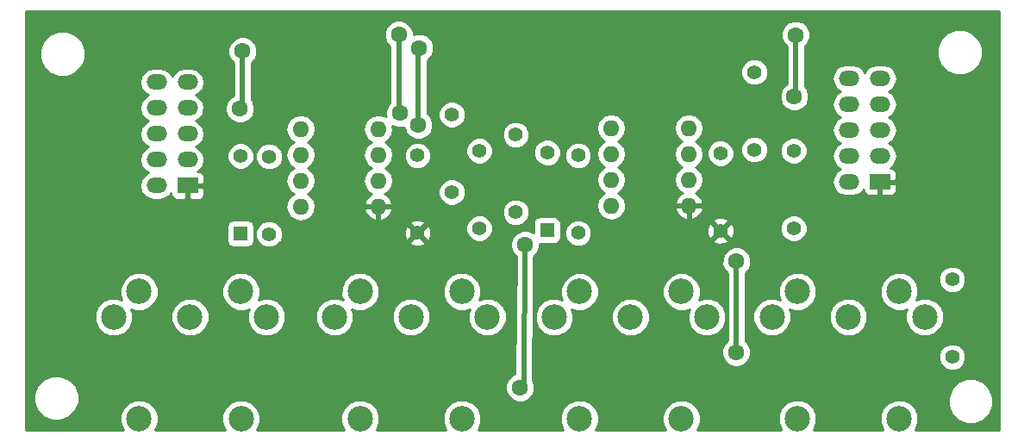
<source format=gbr>
G04 #@! TF.FileFunction,Copper,L1,Top,Signal*
%FSLAX46Y46*%
G04 Gerber Fmt 4.6, Leading zero omitted, Abs format (unit mm)*
G04 Created by KiCad (PCBNEW 4.0.2-stable) date 17/08/2016 20:59:21*
%MOMM*%
G01*
G04 APERTURE LIST*
%ADD10C,0.100000*%
%ADD11R,1.397000X1.397000*%
%ADD12C,1.397000*%
%ADD13O,1.600000X1.600000*%
%ADD14C,2.499360*%
%ADD15O,2.000000X1.500000*%
%ADD16R,2.000000X1.500000*%
%ADD17C,1.600000*%
%ADD18C,0.500000*%
%ADD19C,0.254000*%
G04 APERTURE END LIST*
D10*
D11*
X56310000Y-65030000D03*
D12*
X56310000Y-57410000D03*
D11*
X86430000Y-64700000D03*
D12*
X86430000Y-57080000D03*
D13*
X62210000Y-54750000D03*
X62210000Y-57290000D03*
X62210000Y-59830000D03*
X62210000Y-62370000D03*
X69830000Y-62370000D03*
X69830000Y-59830000D03*
X69830000Y-57290000D03*
X69830000Y-54750000D03*
X92730000Y-54670000D03*
X92730000Y-57210000D03*
X92730000Y-59750000D03*
X92730000Y-62290000D03*
X100350000Y-62290000D03*
X100350000Y-59750000D03*
X100350000Y-57210000D03*
X100350000Y-54670000D03*
D14*
X43854681Y-73227540D03*
X56348941Y-70725640D03*
X51352761Y-73225000D03*
X58850841Y-73227540D03*
X46356581Y-70725640D03*
X56354021Y-83222440D03*
X46351501Y-83222440D03*
X87113180Y-73235100D03*
X99607440Y-70733200D03*
X94611260Y-73232560D03*
X102109340Y-73235100D03*
X89615080Y-70733200D03*
X99612520Y-83230000D03*
X89610000Y-83230000D03*
X65554681Y-73227540D03*
X78048941Y-70725640D03*
X73052761Y-73225000D03*
X80550841Y-73227540D03*
X68056581Y-70725640D03*
X78054021Y-83222440D03*
X68051501Y-83222440D03*
X108513180Y-73225100D03*
X121007440Y-70723200D03*
X116011260Y-73222560D03*
X123509340Y-73225100D03*
X111015080Y-70723200D03*
X121012520Y-83220000D03*
X111010000Y-83220000D03*
D15*
X51110000Y-50150000D03*
X48070000Y-50150000D03*
X48070000Y-52690000D03*
X51110000Y-52690000D03*
D16*
X51110000Y-60310000D03*
D15*
X48070000Y-60310000D03*
X51110000Y-57770000D03*
X48070000Y-57770000D03*
X51110000Y-55230000D03*
X48070000Y-55230000D03*
X119130000Y-49790000D03*
X116090000Y-49790000D03*
X116090000Y-52330000D03*
X119130000Y-52330000D03*
D16*
X119130000Y-59950000D03*
D15*
X116090000Y-59950000D03*
X119130000Y-57410000D03*
X116090000Y-57410000D03*
X119130000Y-54870000D03*
X116090000Y-54870000D03*
D12*
X83340000Y-55320000D03*
X83340000Y-62940000D03*
X73700000Y-57360000D03*
X73700000Y-64980000D03*
X126210000Y-69540000D03*
X126210000Y-77160000D03*
X103470000Y-57140000D03*
X103470000Y-64760000D03*
X59120000Y-65080000D03*
X59120000Y-57460000D03*
X77070000Y-60960000D03*
X77070000Y-53340000D03*
X79750000Y-64510000D03*
X79750000Y-56890000D03*
X89470000Y-64980000D03*
X89470000Y-57360000D03*
X106790000Y-56780000D03*
X106790000Y-49160000D03*
X110650000Y-64520000D03*
X110650000Y-56900000D03*
D17*
X62513293Y-78402860D03*
X62430000Y-68740000D03*
X71997381Y-53200043D03*
X71850000Y-45480000D03*
X83760000Y-80150000D03*
X84260000Y-66130000D03*
X105000000Y-76679980D03*
X105030000Y-67750000D03*
X110705240Y-51560052D03*
X110840000Y-45519969D03*
X56257872Y-52751417D03*
X56514803Y-47099970D03*
X73860000Y-46790000D03*
X73788198Y-54361479D03*
D18*
X62430000Y-68740000D02*
X62430000Y-78319567D01*
X62430000Y-78319567D02*
X62513293Y-78402860D01*
X71850000Y-45480000D02*
X71855659Y-53058321D01*
X71855659Y-53058321D02*
X71997381Y-53200043D01*
X71804341Y-45525659D02*
X71850000Y-45480000D01*
X84260000Y-66130000D02*
X84140000Y-79770000D01*
X84140000Y-79770000D02*
X83760000Y-80150000D01*
X105030000Y-76649980D02*
X105000000Y-76679980D01*
X105030000Y-67750000D02*
X105030000Y-76649980D01*
X110840000Y-45519969D02*
X110840000Y-51425292D01*
X110840000Y-51425292D02*
X110705240Y-51560052D01*
X56514803Y-52494486D02*
X56257872Y-52751417D01*
X56514803Y-47099970D02*
X56514803Y-52494486D01*
X73788198Y-54361479D02*
X73788198Y-46861802D01*
X73788198Y-46861802D02*
X73860000Y-46790000D01*
D19*
G36*
X130790000Y-84290000D02*
X122608319Y-84290000D01*
X122609342Y-84288979D01*
X122896872Y-83596531D01*
X122897526Y-82846759D01*
X122611206Y-82153809D01*
X122420349Y-81962619D01*
X125784613Y-81962619D01*
X126124155Y-82784372D01*
X126752321Y-83413636D01*
X127573481Y-83754611D01*
X128462619Y-83755387D01*
X129284372Y-83415845D01*
X129913636Y-82787679D01*
X130254611Y-81966519D01*
X130255387Y-81077381D01*
X129915845Y-80255628D01*
X129287679Y-79626364D01*
X128466519Y-79285389D01*
X127577381Y-79284613D01*
X126755628Y-79624155D01*
X126126364Y-80252321D01*
X125785389Y-81073481D01*
X125784613Y-81962619D01*
X122420349Y-81962619D01*
X122081499Y-81623178D01*
X121389051Y-81335648D01*
X120639279Y-81334994D01*
X119946329Y-81621314D01*
X119415698Y-82151021D01*
X119128168Y-82843469D01*
X119127514Y-83593241D01*
X119413834Y-84286191D01*
X119417636Y-84290000D01*
X112605799Y-84290000D01*
X112606822Y-84288979D01*
X112894352Y-83596531D01*
X112895006Y-82846759D01*
X112608686Y-82153809D01*
X112078979Y-81623178D01*
X111386531Y-81335648D01*
X110636759Y-81334994D01*
X109943809Y-81621314D01*
X109413178Y-82151021D01*
X109125648Y-82843469D01*
X109124994Y-83593241D01*
X109411314Y-84286191D01*
X109415116Y-84290000D01*
X101213070Y-84290000D01*
X101496872Y-83606531D01*
X101497526Y-82856759D01*
X101211206Y-82163809D01*
X100681499Y-81633178D01*
X99989051Y-81345648D01*
X99239279Y-81344994D01*
X98546329Y-81631314D01*
X98015698Y-82161021D01*
X97728168Y-82853469D01*
X97727514Y-83603241D01*
X98011276Y-84290000D01*
X91210550Y-84290000D01*
X91494352Y-83606531D01*
X91495006Y-82856759D01*
X91208686Y-82163809D01*
X90678979Y-81633178D01*
X89986531Y-81345648D01*
X89236759Y-81344994D01*
X88543809Y-81631314D01*
X88013178Y-82161021D01*
X87725648Y-82853469D01*
X87724994Y-83603241D01*
X88008756Y-84290000D01*
X79651432Y-84290000D01*
X79938373Y-83598971D01*
X79939027Y-82849199D01*
X79652707Y-82156249D01*
X79123000Y-81625618D01*
X78430552Y-81338088D01*
X77680780Y-81337434D01*
X76987830Y-81623754D01*
X76457199Y-82153461D01*
X76169669Y-82845909D01*
X76169015Y-83595681D01*
X76455335Y-84288631D01*
X76456702Y-84290000D01*
X69648912Y-84290000D01*
X69935853Y-83598971D01*
X69936507Y-82849199D01*
X69650187Y-82156249D01*
X69120480Y-81625618D01*
X68428032Y-81338088D01*
X67678260Y-81337434D01*
X66985310Y-81623754D01*
X66454679Y-82153461D01*
X66167149Y-82845909D01*
X66166495Y-83595681D01*
X66452815Y-84288631D01*
X66454182Y-84290000D01*
X57951432Y-84290000D01*
X58238373Y-83598971D01*
X58239027Y-82849199D01*
X57952707Y-82156249D01*
X57423000Y-81625618D01*
X56730552Y-81338088D01*
X55980780Y-81337434D01*
X55287830Y-81623754D01*
X54757199Y-82153461D01*
X54469669Y-82845909D01*
X54469015Y-83595681D01*
X54755335Y-84288631D01*
X54756702Y-84290000D01*
X47948912Y-84290000D01*
X48235853Y-83598971D01*
X48236507Y-82849199D01*
X47950187Y-82156249D01*
X47420480Y-81625618D01*
X46728032Y-81338088D01*
X45978260Y-81337434D01*
X45285310Y-81623754D01*
X44754679Y-82153461D01*
X44467149Y-82845909D01*
X44466495Y-83595681D01*
X44752815Y-84288631D01*
X44754182Y-84290000D01*
X35210000Y-84290000D01*
X35210000Y-81632619D01*
X35964613Y-81632619D01*
X36304155Y-82454372D01*
X36932321Y-83083636D01*
X37753481Y-83424611D01*
X38642619Y-83425387D01*
X39464372Y-83085845D01*
X40093636Y-82457679D01*
X40434611Y-81636519D01*
X40435387Y-80747381D01*
X40305978Y-80434187D01*
X82324752Y-80434187D01*
X82542757Y-80961800D01*
X82946077Y-81365824D01*
X83473309Y-81584750D01*
X84044187Y-81585248D01*
X84571800Y-81367243D01*
X84975824Y-80963923D01*
X85194750Y-80436691D01*
X85195248Y-79865813D01*
X85027758Y-79460455D01*
X85049719Y-76964167D01*
X103564752Y-76964167D01*
X103782757Y-77491780D01*
X104186077Y-77895804D01*
X104713309Y-78114730D01*
X105284187Y-78115228D01*
X105811800Y-77897223D01*
X106215824Y-77493903D01*
X106244814Y-77424086D01*
X124876269Y-77424086D01*
X125078854Y-77914380D01*
X125453647Y-78289827D01*
X125943587Y-78493268D01*
X126474086Y-78493731D01*
X126964380Y-78291146D01*
X127339827Y-77916353D01*
X127543268Y-77426413D01*
X127543731Y-76895914D01*
X127341146Y-76405620D01*
X126966353Y-76030173D01*
X126476413Y-75826732D01*
X125945914Y-75826269D01*
X125455620Y-76028854D01*
X125080173Y-76403647D01*
X124876732Y-76893587D01*
X124876269Y-77424086D01*
X106244814Y-77424086D01*
X106434750Y-76966671D01*
X106435248Y-76395793D01*
X106217243Y-75868180D01*
X105915000Y-75565409D01*
X105915000Y-73598341D01*
X106628174Y-73598341D01*
X106914494Y-74291291D01*
X107444201Y-74821922D01*
X108136649Y-75109452D01*
X108886421Y-75110106D01*
X109579371Y-74823786D01*
X110110002Y-74294079D01*
X110397532Y-73601631D01*
X110397537Y-73595801D01*
X114126254Y-73595801D01*
X114412574Y-74288751D01*
X114942281Y-74819382D01*
X115634729Y-75106912D01*
X116384501Y-75107566D01*
X117077451Y-74821246D01*
X117608082Y-74291539D01*
X117895612Y-73599091D01*
X117896266Y-72849319D01*
X117609946Y-72156369D01*
X117080239Y-71625738D01*
X116387791Y-71338208D01*
X115638019Y-71337554D01*
X114945069Y-71623874D01*
X114414438Y-72153581D01*
X114126908Y-72846029D01*
X114126254Y-73595801D01*
X110397537Y-73595801D01*
X110398186Y-72851859D01*
X110226554Y-72436476D01*
X110638549Y-72607552D01*
X111388321Y-72608206D01*
X112081271Y-72321886D01*
X112611902Y-71792179D01*
X112899432Y-71099731D01*
X112899434Y-71096441D01*
X119122434Y-71096441D01*
X119408754Y-71789391D01*
X119938461Y-72320022D01*
X120630909Y-72607552D01*
X121380681Y-72608206D01*
X121796064Y-72436574D01*
X121624988Y-72848569D01*
X121624334Y-73598341D01*
X121910654Y-74291291D01*
X122440361Y-74821922D01*
X123132809Y-75109452D01*
X123882581Y-75110106D01*
X124575531Y-74823786D01*
X125106162Y-74294079D01*
X125393692Y-73601631D01*
X125394346Y-72851859D01*
X125108026Y-72158909D01*
X124578319Y-71628278D01*
X123885871Y-71340748D01*
X123136099Y-71340094D01*
X122720716Y-71511726D01*
X122891792Y-71099731D01*
X122892446Y-70349959D01*
X122666897Y-69804086D01*
X124876269Y-69804086D01*
X125078854Y-70294380D01*
X125453647Y-70669827D01*
X125943587Y-70873268D01*
X126474086Y-70873731D01*
X126964380Y-70671146D01*
X127339827Y-70296353D01*
X127543268Y-69806413D01*
X127543731Y-69275914D01*
X127341146Y-68785620D01*
X126966353Y-68410173D01*
X126476413Y-68206732D01*
X125945914Y-68206269D01*
X125455620Y-68408854D01*
X125080173Y-68783647D01*
X124876732Y-69273587D01*
X124876269Y-69804086D01*
X122666897Y-69804086D01*
X122606126Y-69657009D01*
X122076419Y-69126378D01*
X121383971Y-68838848D01*
X120634199Y-68838194D01*
X119941249Y-69124514D01*
X119410618Y-69654221D01*
X119123088Y-70346669D01*
X119122434Y-71096441D01*
X112899434Y-71096441D01*
X112900086Y-70349959D01*
X112613766Y-69657009D01*
X112084059Y-69126378D01*
X111391611Y-68838848D01*
X110641839Y-68838194D01*
X109948889Y-69124514D01*
X109418258Y-69654221D01*
X109130728Y-70346669D01*
X109130074Y-71096441D01*
X109301706Y-71511824D01*
X108889711Y-71340748D01*
X108139939Y-71340094D01*
X107446989Y-71626414D01*
X106916358Y-72156121D01*
X106628828Y-72848569D01*
X106628174Y-73598341D01*
X105915000Y-73598341D01*
X105915000Y-68894171D01*
X106245824Y-68563923D01*
X106464750Y-68036691D01*
X106465248Y-67465813D01*
X106247243Y-66938200D01*
X105843923Y-66534176D01*
X105316691Y-66315250D01*
X104745813Y-66314752D01*
X104218200Y-66532757D01*
X103814176Y-66936077D01*
X103595250Y-67463309D01*
X103594752Y-68034187D01*
X103812757Y-68561800D01*
X104145000Y-68894623D01*
X104145000Y-75505862D01*
X103784176Y-75866057D01*
X103565250Y-76393289D01*
X103564752Y-76964167D01*
X85049719Y-76964167D01*
X85079242Y-73608341D01*
X85228174Y-73608341D01*
X85514494Y-74301291D01*
X86044201Y-74831922D01*
X86736649Y-75119452D01*
X87486421Y-75120106D01*
X88179371Y-74833786D01*
X88710002Y-74304079D01*
X88997532Y-73611631D01*
X88997537Y-73605801D01*
X92726254Y-73605801D01*
X93012574Y-74298751D01*
X93542281Y-74829382D01*
X94234729Y-75116912D01*
X94984501Y-75117566D01*
X95677451Y-74831246D01*
X96208082Y-74301539D01*
X96495612Y-73609091D01*
X96496266Y-72859319D01*
X96209946Y-72166369D01*
X95680239Y-71635738D01*
X94987791Y-71348208D01*
X94238019Y-71347554D01*
X93545069Y-71633874D01*
X93014438Y-72163581D01*
X92726908Y-72856029D01*
X92726254Y-73605801D01*
X88997537Y-73605801D01*
X88998186Y-72861859D01*
X88826554Y-72446476D01*
X89238549Y-72617552D01*
X89988321Y-72618206D01*
X90681271Y-72331886D01*
X91211902Y-71802179D01*
X91499432Y-71109731D01*
X91499434Y-71106441D01*
X97722434Y-71106441D01*
X98008754Y-71799391D01*
X98538461Y-72330022D01*
X99230909Y-72617552D01*
X99980681Y-72618206D01*
X100396064Y-72446574D01*
X100224988Y-72858569D01*
X100224334Y-73608341D01*
X100510654Y-74301291D01*
X101040361Y-74831922D01*
X101732809Y-75119452D01*
X102482581Y-75120106D01*
X103175531Y-74833786D01*
X103706162Y-74304079D01*
X103993692Y-73611631D01*
X103994346Y-72861859D01*
X103708026Y-72168909D01*
X103178319Y-71638278D01*
X102485871Y-71350748D01*
X101736099Y-71350094D01*
X101320716Y-71521726D01*
X101491792Y-71109731D01*
X101492446Y-70359959D01*
X101206126Y-69667009D01*
X100676419Y-69136378D01*
X99983971Y-68848848D01*
X99234199Y-68848194D01*
X98541249Y-69134514D01*
X98010618Y-69664221D01*
X97723088Y-70356669D01*
X97722434Y-71106441D01*
X91499434Y-71106441D01*
X91500086Y-70359959D01*
X91213766Y-69667009D01*
X90684059Y-69136378D01*
X89991611Y-68848848D01*
X89241839Y-68848194D01*
X88548889Y-69134514D01*
X88018258Y-69664221D01*
X87730728Y-70356669D01*
X87730074Y-71106441D01*
X87901706Y-71521824D01*
X87489711Y-71350748D01*
X86739939Y-71350094D01*
X86046989Y-71636414D01*
X85516358Y-72166121D01*
X85228828Y-72858569D01*
X85228174Y-73608341D01*
X85079242Y-73608341D01*
X85134880Y-67284273D01*
X85475824Y-66943923D01*
X85694750Y-66416691D01*
X85695080Y-66038565D01*
X85731500Y-66045940D01*
X87128500Y-66045940D01*
X87363817Y-66001662D01*
X87579941Y-65862590D01*
X87724931Y-65650390D01*
X87775940Y-65398500D01*
X87775940Y-65244086D01*
X88136269Y-65244086D01*
X88338854Y-65734380D01*
X88713647Y-66109827D01*
X89203587Y-66313268D01*
X89734086Y-66313731D01*
X90224380Y-66111146D01*
X90599827Y-65736353D01*
X90617335Y-65694188D01*
X102715417Y-65694188D01*
X102777071Y-65929800D01*
X103277480Y-66105927D01*
X103807199Y-66077148D01*
X104162929Y-65929800D01*
X104224583Y-65694188D01*
X103470000Y-64939605D01*
X102715417Y-65694188D01*
X90617335Y-65694188D01*
X90803268Y-65246413D01*
X90803731Y-64715914D01*
X90742400Y-64567480D01*
X102124073Y-64567480D01*
X102152852Y-65097199D01*
X102300200Y-65452929D01*
X102535812Y-65514583D01*
X103290395Y-64760000D01*
X103649605Y-64760000D01*
X104404188Y-65514583D01*
X104639800Y-65452929D01*
X104815927Y-64952520D01*
X104806777Y-64784086D01*
X109316269Y-64784086D01*
X109518854Y-65274380D01*
X109893647Y-65649827D01*
X110383587Y-65853268D01*
X110914086Y-65853731D01*
X111404380Y-65651146D01*
X111779827Y-65276353D01*
X111983268Y-64786413D01*
X111983731Y-64255914D01*
X111781146Y-63765620D01*
X111406353Y-63390173D01*
X110916413Y-63186732D01*
X110385914Y-63186269D01*
X109895620Y-63388854D01*
X109520173Y-63763647D01*
X109316732Y-64253587D01*
X109316269Y-64784086D01*
X104806777Y-64784086D01*
X104787148Y-64422801D01*
X104639800Y-64067071D01*
X104404188Y-64005417D01*
X103649605Y-64760000D01*
X103290395Y-64760000D01*
X102535812Y-64005417D01*
X102300200Y-64067071D01*
X102124073Y-64567480D01*
X90742400Y-64567480D01*
X90601146Y-64225620D01*
X90226353Y-63850173D01*
X90167686Y-63825812D01*
X102715417Y-63825812D01*
X103470000Y-64580395D01*
X104224583Y-63825812D01*
X104162929Y-63590200D01*
X103662520Y-63414073D01*
X103132801Y-63442852D01*
X102777071Y-63590200D01*
X102715417Y-63825812D01*
X90167686Y-63825812D01*
X89736413Y-63646732D01*
X89205914Y-63646269D01*
X88715620Y-63848854D01*
X88340173Y-64223647D01*
X88136732Y-64713587D01*
X88136269Y-65244086D01*
X87775940Y-65244086D01*
X87775940Y-64001500D01*
X87731662Y-63766183D01*
X87592590Y-63550059D01*
X87380390Y-63405069D01*
X87128500Y-63354060D01*
X85731500Y-63354060D01*
X85496183Y-63398338D01*
X85280059Y-63537410D01*
X85135069Y-63749610D01*
X85084060Y-64001500D01*
X85084060Y-64924331D01*
X85073923Y-64914176D01*
X84546691Y-64695250D01*
X83975813Y-64694752D01*
X83448200Y-64912757D01*
X83044176Y-65316077D01*
X82825250Y-65843309D01*
X82824752Y-66414187D01*
X83042757Y-66941800D01*
X83364984Y-67264589D01*
X83263477Y-78802487D01*
X82948200Y-78932757D01*
X82544176Y-79336077D01*
X82325250Y-79863309D01*
X82324752Y-80434187D01*
X40305978Y-80434187D01*
X40095845Y-79925628D01*
X39467679Y-79296364D01*
X38646519Y-78955389D01*
X37757381Y-78954613D01*
X36935628Y-79294155D01*
X36306364Y-79922321D01*
X35965389Y-80743481D01*
X35964613Y-81632619D01*
X35210000Y-81632619D01*
X35210000Y-73600781D01*
X41969675Y-73600781D01*
X42255995Y-74293731D01*
X42785702Y-74824362D01*
X43478150Y-75111892D01*
X44227922Y-75112546D01*
X44920872Y-74826226D01*
X45451503Y-74296519D01*
X45739033Y-73604071D01*
X45739038Y-73598241D01*
X49467755Y-73598241D01*
X49754075Y-74291191D01*
X50283782Y-74821822D01*
X50976230Y-75109352D01*
X51726002Y-75110006D01*
X52418952Y-74823686D01*
X52949583Y-74293979D01*
X53237113Y-73601531D01*
X53237767Y-72851759D01*
X52951447Y-72158809D01*
X52421740Y-71628178D01*
X51729292Y-71340648D01*
X50979520Y-71339994D01*
X50286570Y-71626314D01*
X49755939Y-72156021D01*
X49468409Y-72848469D01*
X49467755Y-73598241D01*
X45739038Y-73598241D01*
X45739687Y-72854299D01*
X45568055Y-72438916D01*
X45980050Y-72609992D01*
X46729822Y-72610646D01*
X47422772Y-72324326D01*
X47953403Y-71794619D01*
X48240933Y-71102171D01*
X48240935Y-71098881D01*
X54463935Y-71098881D01*
X54750255Y-71791831D01*
X55279962Y-72322462D01*
X55972410Y-72609992D01*
X56722182Y-72610646D01*
X57137565Y-72439014D01*
X56966489Y-72851009D01*
X56965835Y-73600781D01*
X57252155Y-74293731D01*
X57781862Y-74824362D01*
X58474310Y-75111892D01*
X59224082Y-75112546D01*
X59917032Y-74826226D01*
X60447663Y-74296519D01*
X60735193Y-73604071D01*
X60735195Y-73600781D01*
X63669675Y-73600781D01*
X63955995Y-74293731D01*
X64485702Y-74824362D01*
X65178150Y-75111892D01*
X65927922Y-75112546D01*
X66620872Y-74826226D01*
X67151503Y-74296519D01*
X67439033Y-73604071D01*
X67439038Y-73598241D01*
X71167755Y-73598241D01*
X71454075Y-74291191D01*
X71983782Y-74821822D01*
X72676230Y-75109352D01*
X73426002Y-75110006D01*
X74118952Y-74823686D01*
X74649583Y-74293979D01*
X74937113Y-73601531D01*
X74937767Y-72851759D01*
X74651447Y-72158809D01*
X74121740Y-71628178D01*
X73429292Y-71340648D01*
X72679520Y-71339994D01*
X71986570Y-71626314D01*
X71455939Y-72156021D01*
X71168409Y-72848469D01*
X71167755Y-73598241D01*
X67439038Y-73598241D01*
X67439687Y-72854299D01*
X67268055Y-72438916D01*
X67680050Y-72609992D01*
X68429822Y-72610646D01*
X69122772Y-72324326D01*
X69653403Y-71794619D01*
X69940933Y-71102171D01*
X69940935Y-71098881D01*
X76163935Y-71098881D01*
X76450255Y-71791831D01*
X76979962Y-72322462D01*
X77672410Y-72609992D01*
X78422182Y-72610646D01*
X78837565Y-72439014D01*
X78666489Y-72851009D01*
X78665835Y-73600781D01*
X78952155Y-74293731D01*
X79481862Y-74824362D01*
X80174310Y-75111892D01*
X80924082Y-75112546D01*
X81617032Y-74826226D01*
X82147663Y-74296519D01*
X82435193Y-73604071D01*
X82435847Y-72854299D01*
X82149527Y-72161349D01*
X81619820Y-71630718D01*
X80927372Y-71343188D01*
X80177600Y-71342534D01*
X79762217Y-71514166D01*
X79933293Y-71102171D01*
X79933947Y-70352399D01*
X79647627Y-69659449D01*
X79117920Y-69128818D01*
X78425472Y-68841288D01*
X77675700Y-68840634D01*
X76982750Y-69126954D01*
X76452119Y-69656661D01*
X76164589Y-70349109D01*
X76163935Y-71098881D01*
X69940935Y-71098881D01*
X69941587Y-70352399D01*
X69655267Y-69659449D01*
X69125560Y-69128818D01*
X68433112Y-68841288D01*
X67683340Y-68840634D01*
X66990390Y-69126954D01*
X66459759Y-69656661D01*
X66172229Y-70349109D01*
X66171575Y-71098881D01*
X66343207Y-71514264D01*
X65931212Y-71343188D01*
X65181440Y-71342534D01*
X64488490Y-71628854D01*
X63957859Y-72158561D01*
X63670329Y-72851009D01*
X63669675Y-73600781D01*
X60735195Y-73600781D01*
X60735847Y-72854299D01*
X60449527Y-72161349D01*
X59919820Y-71630718D01*
X59227372Y-71343188D01*
X58477600Y-71342534D01*
X58062217Y-71514166D01*
X58233293Y-71102171D01*
X58233947Y-70352399D01*
X57947627Y-69659449D01*
X57417920Y-69128818D01*
X56725472Y-68841288D01*
X55975700Y-68840634D01*
X55282750Y-69126954D01*
X54752119Y-69656661D01*
X54464589Y-70349109D01*
X54463935Y-71098881D01*
X48240935Y-71098881D01*
X48241587Y-70352399D01*
X47955267Y-69659449D01*
X47425560Y-69128818D01*
X46733112Y-68841288D01*
X45983340Y-68840634D01*
X45290390Y-69126954D01*
X44759759Y-69656661D01*
X44472229Y-70349109D01*
X44471575Y-71098881D01*
X44643207Y-71514264D01*
X44231212Y-71343188D01*
X43481440Y-71342534D01*
X42788490Y-71628854D01*
X42257859Y-72158561D01*
X41970329Y-72851009D01*
X41969675Y-73600781D01*
X35210000Y-73600781D01*
X35210000Y-64331500D01*
X54964060Y-64331500D01*
X54964060Y-65728500D01*
X55008338Y-65963817D01*
X55147410Y-66179941D01*
X55359610Y-66324931D01*
X55611500Y-66375940D01*
X57008500Y-66375940D01*
X57243817Y-66331662D01*
X57459941Y-66192590D01*
X57604931Y-65980390D01*
X57655940Y-65728500D01*
X57655940Y-65344086D01*
X57786269Y-65344086D01*
X57988854Y-65834380D01*
X58363647Y-66209827D01*
X58853587Y-66413268D01*
X59384086Y-66413731D01*
X59874380Y-66211146D01*
X60171856Y-65914188D01*
X72945417Y-65914188D01*
X73007071Y-66149800D01*
X73507480Y-66325927D01*
X74037199Y-66297148D01*
X74392929Y-66149800D01*
X74454583Y-65914188D01*
X73700000Y-65159605D01*
X72945417Y-65914188D01*
X60171856Y-65914188D01*
X60249827Y-65836353D01*
X60453268Y-65346413D01*
X60453731Y-64815914D01*
X60441983Y-64787480D01*
X72354073Y-64787480D01*
X72382852Y-65317199D01*
X72530200Y-65672929D01*
X72765812Y-65734583D01*
X73520395Y-64980000D01*
X73879605Y-64980000D01*
X74634188Y-65734583D01*
X74869800Y-65672929D01*
X75045927Y-65172520D01*
X75024281Y-64774086D01*
X78416269Y-64774086D01*
X78618854Y-65264380D01*
X78993647Y-65639827D01*
X79483587Y-65843268D01*
X80014086Y-65843731D01*
X80504380Y-65641146D01*
X80879827Y-65266353D01*
X81083268Y-64776413D01*
X81083731Y-64245914D01*
X80881146Y-63755620D01*
X80506353Y-63380173D01*
X80082289Y-63204086D01*
X82006269Y-63204086D01*
X82208854Y-63694380D01*
X82583647Y-64069827D01*
X83073587Y-64273268D01*
X83604086Y-64273731D01*
X84094380Y-64071146D01*
X84469827Y-63696353D01*
X84673268Y-63206413D01*
X84673731Y-62675914D01*
X84471146Y-62185620D01*
X84096353Y-61810173D01*
X83606413Y-61606732D01*
X83075914Y-61606269D01*
X82585620Y-61808854D01*
X82210173Y-62183647D01*
X82006732Y-62673587D01*
X82006269Y-63204086D01*
X80082289Y-63204086D01*
X80016413Y-63176732D01*
X79485914Y-63176269D01*
X78995620Y-63378854D01*
X78620173Y-63753647D01*
X78416732Y-64243587D01*
X78416269Y-64774086D01*
X75024281Y-64774086D01*
X75017148Y-64642801D01*
X74869800Y-64287071D01*
X74634188Y-64225417D01*
X73879605Y-64980000D01*
X73520395Y-64980000D01*
X72765812Y-64225417D01*
X72530200Y-64287071D01*
X72354073Y-64787480D01*
X60441983Y-64787480D01*
X60251146Y-64325620D01*
X59971826Y-64045812D01*
X72945417Y-64045812D01*
X73700000Y-64800395D01*
X74454583Y-64045812D01*
X74392929Y-63810200D01*
X73892520Y-63634073D01*
X73362801Y-63662852D01*
X73007071Y-63810200D01*
X72945417Y-64045812D01*
X59971826Y-64045812D01*
X59876353Y-63950173D01*
X59386413Y-63746732D01*
X58855914Y-63746269D01*
X58365620Y-63948854D01*
X57990173Y-64323647D01*
X57786732Y-64813587D01*
X57786269Y-65344086D01*
X57655940Y-65344086D01*
X57655940Y-64331500D01*
X57611662Y-64096183D01*
X57472590Y-63880059D01*
X57260390Y-63735069D01*
X57008500Y-63684060D01*
X55611500Y-63684060D01*
X55376183Y-63728338D01*
X55160059Y-63867410D01*
X55015069Y-64079610D01*
X54964060Y-64331500D01*
X35210000Y-64331500D01*
X35210000Y-50150000D01*
X46402968Y-50150000D01*
X46508395Y-50680017D01*
X46808625Y-51129343D01*
X47243624Y-51420000D01*
X46808625Y-51710657D01*
X46508395Y-52159983D01*
X46402968Y-52690000D01*
X46508395Y-53220017D01*
X46808625Y-53669343D01*
X47243624Y-53960000D01*
X46808625Y-54250657D01*
X46508395Y-54699983D01*
X46402968Y-55230000D01*
X46508395Y-55760017D01*
X46808625Y-56209343D01*
X47243624Y-56500000D01*
X46808625Y-56790657D01*
X46508395Y-57239983D01*
X46402968Y-57770000D01*
X46508395Y-58300017D01*
X46808625Y-58749343D01*
X47243624Y-59040000D01*
X46808625Y-59330657D01*
X46508395Y-59779983D01*
X46402968Y-60310000D01*
X46508395Y-60840017D01*
X46808625Y-61289343D01*
X47257951Y-61589573D01*
X47787968Y-61695000D01*
X48352032Y-61695000D01*
X48882049Y-61589573D01*
X49331375Y-61289343D01*
X49475000Y-61074393D01*
X49475000Y-61186309D01*
X49571673Y-61419698D01*
X49750301Y-61598327D01*
X49983690Y-61695000D01*
X50824250Y-61695000D01*
X50983000Y-61536250D01*
X50983000Y-60437000D01*
X51237000Y-60437000D01*
X51237000Y-61536250D01*
X51395750Y-61695000D01*
X52236310Y-61695000D01*
X52469699Y-61598327D01*
X52648327Y-61419698D01*
X52745000Y-61186309D01*
X52745000Y-60595750D01*
X52586250Y-60437000D01*
X51237000Y-60437000D01*
X50983000Y-60437000D01*
X50963000Y-60437000D01*
X50963000Y-60183000D01*
X50983000Y-60183000D01*
X50983000Y-60163000D01*
X51237000Y-60163000D01*
X51237000Y-60183000D01*
X52586250Y-60183000D01*
X52745000Y-60024250D01*
X52745000Y-59433691D01*
X52648327Y-59200302D01*
X52469699Y-59021673D01*
X52236310Y-58925000D01*
X52108486Y-58925000D01*
X52371375Y-58749343D01*
X52671605Y-58300017D01*
X52777032Y-57770000D01*
X52757954Y-57674086D01*
X54976269Y-57674086D01*
X55178854Y-58164380D01*
X55553647Y-58539827D01*
X56043587Y-58743268D01*
X56574086Y-58743731D01*
X57064380Y-58541146D01*
X57439827Y-58166353D01*
X57623472Y-57724086D01*
X57786269Y-57724086D01*
X57988854Y-58214380D01*
X58363647Y-58589827D01*
X58853587Y-58793268D01*
X59384086Y-58793731D01*
X59874380Y-58591146D01*
X60249827Y-58216353D01*
X60453268Y-57726413D01*
X60453731Y-57195914D01*
X60251146Y-56705620D01*
X59876353Y-56330173D01*
X59386413Y-56126732D01*
X58855914Y-56126269D01*
X58365620Y-56328854D01*
X57990173Y-56703647D01*
X57786732Y-57193587D01*
X57786269Y-57724086D01*
X57623472Y-57724086D01*
X57643268Y-57676413D01*
X57643731Y-57145914D01*
X57441146Y-56655620D01*
X57066353Y-56280173D01*
X56576413Y-56076732D01*
X56045914Y-56076269D01*
X55555620Y-56278854D01*
X55180173Y-56653647D01*
X54976732Y-57143587D01*
X54976269Y-57674086D01*
X52757954Y-57674086D01*
X52671605Y-57239983D01*
X52371375Y-56790657D01*
X51936376Y-56500000D01*
X52371375Y-56209343D01*
X52671605Y-55760017D01*
X52777032Y-55230000D01*
X52681555Y-54750000D01*
X60746887Y-54750000D01*
X60856120Y-55299151D01*
X61167189Y-55764698D01*
X61549275Y-56020000D01*
X61167189Y-56275302D01*
X60856120Y-56740849D01*
X60746887Y-57290000D01*
X60856120Y-57839151D01*
X61167189Y-58304698D01*
X61549275Y-58560000D01*
X61167189Y-58815302D01*
X60856120Y-59280849D01*
X60746887Y-59830000D01*
X60856120Y-60379151D01*
X61167189Y-60844698D01*
X61549275Y-61100000D01*
X61167189Y-61355302D01*
X60856120Y-61820849D01*
X60746887Y-62370000D01*
X60856120Y-62919151D01*
X61167189Y-63384698D01*
X61632736Y-63695767D01*
X62181887Y-63805000D01*
X62238113Y-63805000D01*
X62787264Y-63695767D01*
X63252811Y-63384698D01*
X63563880Y-62919151D01*
X63603684Y-62719039D01*
X68438096Y-62719039D01*
X68598959Y-63107423D01*
X68974866Y-63522389D01*
X69480959Y-63761914D01*
X69703000Y-63640629D01*
X69703000Y-62497000D01*
X69957000Y-62497000D01*
X69957000Y-63640629D01*
X70179041Y-63761914D01*
X70685134Y-63522389D01*
X71061041Y-63107423D01*
X71221904Y-62719039D01*
X71099915Y-62497000D01*
X69957000Y-62497000D01*
X69703000Y-62497000D01*
X68560085Y-62497000D01*
X68438096Y-62719039D01*
X63603684Y-62719039D01*
X63673113Y-62370000D01*
X63563880Y-61820849D01*
X63252811Y-61355302D01*
X62870725Y-61100000D01*
X63252811Y-60844698D01*
X63563880Y-60379151D01*
X63673113Y-59830000D01*
X63563880Y-59280849D01*
X63252811Y-58815302D01*
X62870725Y-58560000D01*
X63252811Y-58304698D01*
X63563880Y-57839151D01*
X63673113Y-57290000D01*
X63563880Y-56740849D01*
X63252811Y-56275302D01*
X62870725Y-56020000D01*
X63252811Y-55764698D01*
X63563880Y-55299151D01*
X63673113Y-54750000D01*
X68366887Y-54750000D01*
X68476120Y-55299151D01*
X68787189Y-55764698D01*
X69169275Y-56020000D01*
X68787189Y-56275302D01*
X68476120Y-56740849D01*
X68366887Y-57290000D01*
X68476120Y-57839151D01*
X68787189Y-58304698D01*
X69169275Y-58560000D01*
X68787189Y-58815302D01*
X68476120Y-59280849D01*
X68366887Y-59830000D01*
X68476120Y-60379151D01*
X68787189Y-60844698D01*
X69191703Y-61114986D01*
X68974866Y-61217611D01*
X68598959Y-61632577D01*
X68438096Y-62020961D01*
X68560085Y-62243000D01*
X69703000Y-62243000D01*
X69703000Y-62223000D01*
X69957000Y-62223000D01*
X69957000Y-62243000D01*
X71099915Y-62243000D01*
X71221904Y-62020961D01*
X71061041Y-61632577D01*
X70691000Y-61224086D01*
X75736269Y-61224086D01*
X75938854Y-61714380D01*
X76313647Y-62089827D01*
X76803587Y-62293268D01*
X77334086Y-62293731D01*
X77824380Y-62091146D01*
X78199827Y-61716353D01*
X78403268Y-61226413D01*
X78403731Y-60695914D01*
X78201146Y-60205620D01*
X77826353Y-59830173D01*
X77336413Y-59626732D01*
X76805914Y-59626269D01*
X76315620Y-59828854D01*
X75940173Y-60203647D01*
X75736732Y-60693587D01*
X75736269Y-61224086D01*
X70691000Y-61224086D01*
X70685134Y-61217611D01*
X70468297Y-61114986D01*
X70872811Y-60844698D01*
X71183880Y-60379151D01*
X71293113Y-59830000D01*
X71183880Y-59280849D01*
X70872811Y-58815302D01*
X70490725Y-58560000D01*
X70872811Y-58304698D01*
X71183880Y-57839151D01*
X71226659Y-57624086D01*
X72366269Y-57624086D01*
X72568854Y-58114380D01*
X72943647Y-58489827D01*
X73433587Y-58693268D01*
X73964086Y-58693731D01*
X74454380Y-58491146D01*
X74829827Y-58116353D01*
X75033268Y-57626413D01*
X75033680Y-57154086D01*
X78416269Y-57154086D01*
X78618854Y-57644380D01*
X78993647Y-58019827D01*
X79483587Y-58223268D01*
X80014086Y-58223731D01*
X80504380Y-58021146D01*
X80879827Y-57646353D01*
X81005339Y-57344086D01*
X85096269Y-57344086D01*
X85298854Y-57834380D01*
X85673647Y-58209827D01*
X86163587Y-58413268D01*
X86694086Y-58413731D01*
X87184380Y-58211146D01*
X87559827Y-57836353D01*
X87647968Y-57624086D01*
X88136269Y-57624086D01*
X88338854Y-58114380D01*
X88713647Y-58489827D01*
X89203587Y-58693268D01*
X89734086Y-58693731D01*
X90224380Y-58491146D01*
X90599827Y-58116353D01*
X90803268Y-57626413D01*
X90803731Y-57095914D01*
X90601146Y-56605620D01*
X90226353Y-56230173D01*
X89736413Y-56026732D01*
X89205914Y-56026269D01*
X88715620Y-56228854D01*
X88340173Y-56603647D01*
X88136732Y-57093587D01*
X88136269Y-57624086D01*
X87647968Y-57624086D01*
X87763268Y-57346413D01*
X87763731Y-56815914D01*
X87561146Y-56325620D01*
X87186353Y-55950173D01*
X86696413Y-55746732D01*
X86165914Y-55746269D01*
X85675620Y-55948854D01*
X85300173Y-56323647D01*
X85096732Y-56813587D01*
X85096269Y-57344086D01*
X81005339Y-57344086D01*
X81083268Y-57156413D01*
X81083731Y-56625914D01*
X80881146Y-56135620D01*
X80506353Y-55760173D01*
X80082289Y-55584086D01*
X82006269Y-55584086D01*
X82208854Y-56074380D01*
X82583647Y-56449827D01*
X83073587Y-56653268D01*
X83604086Y-56653731D01*
X84094380Y-56451146D01*
X84469827Y-56076353D01*
X84673268Y-55586413D01*
X84673731Y-55055914D01*
X84514275Y-54670000D01*
X91266887Y-54670000D01*
X91376120Y-55219151D01*
X91687189Y-55684698D01*
X92069275Y-55940000D01*
X91687189Y-56195302D01*
X91376120Y-56660849D01*
X91266887Y-57210000D01*
X91376120Y-57759151D01*
X91687189Y-58224698D01*
X92069275Y-58480000D01*
X91687189Y-58735302D01*
X91376120Y-59200849D01*
X91266887Y-59750000D01*
X91376120Y-60299151D01*
X91687189Y-60764698D01*
X92069275Y-61020000D01*
X91687189Y-61275302D01*
X91376120Y-61740849D01*
X91266887Y-62290000D01*
X91376120Y-62839151D01*
X91687189Y-63304698D01*
X92152736Y-63615767D01*
X92701887Y-63725000D01*
X92758113Y-63725000D01*
X93307264Y-63615767D01*
X93772811Y-63304698D01*
X94083880Y-62839151D01*
X94123684Y-62639039D01*
X98958096Y-62639039D01*
X99118959Y-63027423D01*
X99494866Y-63442389D01*
X100000959Y-63681914D01*
X100223000Y-63560629D01*
X100223000Y-62417000D01*
X100477000Y-62417000D01*
X100477000Y-63560629D01*
X100699041Y-63681914D01*
X101205134Y-63442389D01*
X101581041Y-63027423D01*
X101741904Y-62639039D01*
X101619915Y-62417000D01*
X100477000Y-62417000D01*
X100223000Y-62417000D01*
X99080085Y-62417000D01*
X98958096Y-62639039D01*
X94123684Y-62639039D01*
X94193113Y-62290000D01*
X94083880Y-61740849D01*
X93772811Y-61275302D01*
X93390725Y-61020000D01*
X93772811Y-60764698D01*
X94083880Y-60299151D01*
X94193113Y-59750000D01*
X94083880Y-59200849D01*
X93772811Y-58735302D01*
X93390725Y-58480000D01*
X93772811Y-58224698D01*
X94083880Y-57759151D01*
X94193113Y-57210000D01*
X94083880Y-56660849D01*
X93772811Y-56195302D01*
X93390725Y-55940000D01*
X93772811Y-55684698D01*
X94083880Y-55219151D01*
X94193113Y-54670000D01*
X98886887Y-54670000D01*
X98996120Y-55219151D01*
X99307189Y-55684698D01*
X99689275Y-55940000D01*
X99307189Y-56195302D01*
X98996120Y-56660849D01*
X98886887Y-57210000D01*
X98996120Y-57759151D01*
X99307189Y-58224698D01*
X99689275Y-58480000D01*
X99307189Y-58735302D01*
X98996120Y-59200849D01*
X98886887Y-59750000D01*
X98996120Y-60299151D01*
X99307189Y-60764698D01*
X99711703Y-61034986D01*
X99494866Y-61137611D01*
X99118959Y-61552577D01*
X98958096Y-61940961D01*
X99080085Y-62163000D01*
X100223000Y-62163000D01*
X100223000Y-62143000D01*
X100477000Y-62143000D01*
X100477000Y-62163000D01*
X101619915Y-62163000D01*
X101741904Y-61940961D01*
X101581041Y-61552577D01*
X101205134Y-61137611D01*
X100988297Y-61034986D01*
X101392811Y-60764698D01*
X101703880Y-60299151D01*
X101813113Y-59750000D01*
X101703880Y-59200849D01*
X101392811Y-58735302D01*
X101010725Y-58480000D01*
X101392811Y-58224698D01*
X101703880Y-57759151D01*
X101774506Y-57404086D01*
X102136269Y-57404086D01*
X102338854Y-57894380D01*
X102713647Y-58269827D01*
X103203587Y-58473268D01*
X103734086Y-58473731D01*
X104224380Y-58271146D01*
X104599827Y-57896353D01*
X104803268Y-57406413D01*
X104803584Y-57044086D01*
X105456269Y-57044086D01*
X105658854Y-57534380D01*
X106033647Y-57909827D01*
X106523587Y-58113268D01*
X107054086Y-58113731D01*
X107544380Y-57911146D01*
X107919827Y-57536353D01*
X108074405Y-57164086D01*
X109316269Y-57164086D01*
X109518854Y-57654380D01*
X109893647Y-58029827D01*
X110383587Y-58233268D01*
X110914086Y-58233731D01*
X111404380Y-58031146D01*
X111779827Y-57656353D01*
X111983268Y-57166413D01*
X111983731Y-56635914D01*
X111781146Y-56145620D01*
X111406353Y-55770173D01*
X110916413Y-55566732D01*
X110385914Y-55566269D01*
X109895620Y-55768854D01*
X109520173Y-56143647D01*
X109316732Y-56633587D01*
X109316269Y-57164086D01*
X108074405Y-57164086D01*
X108123268Y-57046413D01*
X108123731Y-56515914D01*
X107921146Y-56025620D01*
X107546353Y-55650173D01*
X107056413Y-55446732D01*
X106525914Y-55446269D01*
X106035620Y-55648854D01*
X105660173Y-56023647D01*
X105456732Y-56513587D01*
X105456269Y-57044086D01*
X104803584Y-57044086D01*
X104803731Y-56875914D01*
X104601146Y-56385620D01*
X104226353Y-56010173D01*
X103736413Y-55806732D01*
X103205914Y-55806269D01*
X102715620Y-56008854D01*
X102340173Y-56383647D01*
X102136732Y-56873587D01*
X102136269Y-57404086D01*
X101774506Y-57404086D01*
X101813113Y-57210000D01*
X101703880Y-56660849D01*
X101392811Y-56195302D01*
X101010725Y-55940000D01*
X101392811Y-55684698D01*
X101703880Y-55219151D01*
X101813113Y-54670000D01*
X101703880Y-54120849D01*
X101392811Y-53655302D01*
X100927264Y-53344233D01*
X100378113Y-53235000D01*
X100321887Y-53235000D01*
X99772736Y-53344233D01*
X99307189Y-53655302D01*
X98996120Y-54120849D01*
X98886887Y-54670000D01*
X94193113Y-54670000D01*
X94083880Y-54120849D01*
X93772811Y-53655302D01*
X93307264Y-53344233D01*
X92758113Y-53235000D01*
X92701887Y-53235000D01*
X92152736Y-53344233D01*
X91687189Y-53655302D01*
X91376120Y-54120849D01*
X91266887Y-54670000D01*
X84514275Y-54670000D01*
X84471146Y-54565620D01*
X84096353Y-54190173D01*
X83606413Y-53986732D01*
X83075914Y-53986269D01*
X82585620Y-54188854D01*
X82210173Y-54563647D01*
X82006732Y-55053587D01*
X82006269Y-55584086D01*
X80082289Y-55584086D01*
X80016413Y-55556732D01*
X79485914Y-55556269D01*
X78995620Y-55758854D01*
X78620173Y-56133647D01*
X78416732Y-56623587D01*
X78416269Y-57154086D01*
X75033680Y-57154086D01*
X75033731Y-57095914D01*
X74831146Y-56605620D01*
X74456353Y-56230173D01*
X73966413Y-56026732D01*
X73435914Y-56026269D01*
X72945620Y-56228854D01*
X72570173Y-56603647D01*
X72366732Y-57093587D01*
X72366269Y-57624086D01*
X71226659Y-57624086D01*
X71293113Y-57290000D01*
X71183880Y-56740849D01*
X70872811Y-56275302D01*
X70490725Y-56020000D01*
X70872811Y-55764698D01*
X71183880Y-55299151D01*
X71293113Y-54750000D01*
X71230538Y-54435417D01*
X71710690Y-54634793D01*
X72281568Y-54635291D01*
X72352985Y-54605782D01*
X72352950Y-54645666D01*
X72570955Y-55173279D01*
X72974275Y-55577303D01*
X73501507Y-55796229D01*
X74072385Y-55796727D01*
X74599998Y-55578722D01*
X75004022Y-55175402D01*
X75222948Y-54648170D01*
X75223446Y-54077292D01*
X75027922Y-53604086D01*
X75736269Y-53604086D01*
X75938854Y-54094380D01*
X76313647Y-54469827D01*
X76803587Y-54673268D01*
X77334086Y-54673731D01*
X77824380Y-54471146D01*
X78199827Y-54096353D01*
X78403268Y-53606413D01*
X78403731Y-53075914D01*
X78201146Y-52585620D01*
X77826353Y-52210173D01*
X77336413Y-52006732D01*
X76805914Y-52006269D01*
X76315620Y-52208854D01*
X75940173Y-52583647D01*
X75736732Y-53073587D01*
X75736269Y-53604086D01*
X75027922Y-53604086D01*
X75005441Y-53549679D01*
X74673198Y-53216856D01*
X74673198Y-51844239D01*
X109269992Y-51844239D01*
X109487997Y-52371852D01*
X109891317Y-52775876D01*
X110418549Y-52994802D01*
X110989427Y-52995300D01*
X111517040Y-52777295D01*
X111921064Y-52373975D01*
X112139990Y-51846743D01*
X112140488Y-51275865D01*
X111922483Y-50748252D01*
X111725000Y-50550424D01*
X111725000Y-49790000D01*
X114422968Y-49790000D01*
X114528395Y-50320017D01*
X114828625Y-50769343D01*
X115263624Y-51060000D01*
X114828625Y-51350657D01*
X114528395Y-51799983D01*
X114422968Y-52330000D01*
X114528395Y-52860017D01*
X114828625Y-53309343D01*
X115263624Y-53600000D01*
X114828625Y-53890657D01*
X114528395Y-54339983D01*
X114422968Y-54870000D01*
X114528395Y-55400017D01*
X114828625Y-55849343D01*
X115263624Y-56140000D01*
X114828625Y-56430657D01*
X114528395Y-56879983D01*
X114422968Y-57410000D01*
X114528395Y-57940017D01*
X114828625Y-58389343D01*
X115263624Y-58680000D01*
X114828625Y-58970657D01*
X114528395Y-59419983D01*
X114422968Y-59950000D01*
X114528395Y-60480017D01*
X114828625Y-60929343D01*
X115277951Y-61229573D01*
X115807968Y-61335000D01*
X116372032Y-61335000D01*
X116902049Y-61229573D01*
X117351375Y-60929343D01*
X117495000Y-60714393D01*
X117495000Y-60826309D01*
X117591673Y-61059698D01*
X117770301Y-61238327D01*
X118003690Y-61335000D01*
X118844250Y-61335000D01*
X119003000Y-61176250D01*
X119003000Y-60077000D01*
X119257000Y-60077000D01*
X119257000Y-61176250D01*
X119415750Y-61335000D01*
X120256310Y-61335000D01*
X120489699Y-61238327D01*
X120668327Y-61059698D01*
X120765000Y-60826309D01*
X120765000Y-60235750D01*
X120606250Y-60077000D01*
X119257000Y-60077000D01*
X119003000Y-60077000D01*
X118983000Y-60077000D01*
X118983000Y-59823000D01*
X119003000Y-59823000D01*
X119003000Y-59803000D01*
X119257000Y-59803000D01*
X119257000Y-59823000D01*
X120606250Y-59823000D01*
X120765000Y-59664250D01*
X120765000Y-59073691D01*
X120668327Y-58840302D01*
X120489699Y-58661673D01*
X120256310Y-58565000D01*
X120128486Y-58565000D01*
X120391375Y-58389343D01*
X120691605Y-57940017D01*
X120797032Y-57410000D01*
X120691605Y-56879983D01*
X120391375Y-56430657D01*
X119956376Y-56140000D01*
X120391375Y-55849343D01*
X120691605Y-55400017D01*
X120797032Y-54870000D01*
X120691605Y-54339983D01*
X120391375Y-53890657D01*
X119956376Y-53600000D01*
X120391375Y-53309343D01*
X120691605Y-52860017D01*
X120797032Y-52330000D01*
X120691605Y-51799983D01*
X120391375Y-51350657D01*
X119956376Y-51060000D01*
X120391375Y-50769343D01*
X120691605Y-50320017D01*
X120797032Y-49790000D01*
X120691605Y-49259983D01*
X120391375Y-48810657D01*
X119942049Y-48510427D01*
X119412032Y-48405000D01*
X118847968Y-48405000D01*
X118317951Y-48510427D01*
X117868625Y-48810657D01*
X117610000Y-49197717D01*
X117351375Y-48810657D01*
X116902049Y-48510427D01*
X116372032Y-48405000D01*
X115807968Y-48405000D01*
X115277951Y-48510427D01*
X114828625Y-48810657D01*
X114528395Y-49259983D01*
X114422968Y-49790000D01*
X111725000Y-49790000D01*
X111725000Y-47652619D01*
X124714613Y-47652619D01*
X125054155Y-48474372D01*
X125682321Y-49103636D01*
X126503481Y-49444611D01*
X127392619Y-49445387D01*
X128214372Y-49105845D01*
X128843636Y-48477679D01*
X129184611Y-47656519D01*
X129185387Y-46767381D01*
X128845845Y-45945628D01*
X128217679Y-45316364D01*
X127396519Y-44975389D01*
X126507381Y-44974613D01*
X125685628Y-45314155D01*
X125056364Y-45942321D01*
X124715389Y-46763481D01*
X124714613Y-47652619D01*
X111725000Y-47652619D01*
X111725000Y-46664140D01*
X112055824Y-46333892D01*
X112274750Y-45806660D01*
X112275248Y-45235782D01*
X112057243Y-44708169D01*
X111653923Y-44304145D01*
X111126691Y-44085219D01*
X110555813Y-44084721D01*
X110028200Y-44302726D01*
X109624176Y-44706046D01*
X109405250Y-45233278D01*
X109404752Y-45804156D01*
X109622757Y-46331769D01*
X109955000Y-46664592D01*
X109955000Y-50317373D01*
X109893440Y-50342809D01*
X109489416Y-50746129D01*
X109270490Y-51273361D01*
X109269992Y-51844239D01*
X74673198Y-51844239D01*
X74673198Y-49424086D01*
X105456269Y-49424086D01*
X105658854Y-49914380D01*
X106033647Y-50289827D01*
X106523587Y-50493268D01*
X107054086Y-50493731D01*
X107544380Y-50291146D01*
X107919827Y-49916353D01*
X108123268Y-49426413D01*
X108123731Y-48895914D01*
X107921146Y-48405620D01*
X107546353Y-48030173D01*
X107056413Y-47826732D01*
X106525914Y-47826269D01*
X106035620Y-48028854D01*
X105660173Y-48403647D01*
X105456732Y-48893587D01*
X105456269Y-49424086D01*
X74673198Y-49424086D01*
X74673198Y-48005847D01*
X75075824Y-47603923D01*
X75294750Y-47076691D01*
X75295248Y-46505813D01*
X75077243Y-45978200D01*
X74673923Y-45574176D01*
X74146691Y-45355250D01*
X73575813Y-45354752D01*
X73285005Y-45474911D01*
X73285248Y-45195813D01*
X73067243Y-44668200D01*
X72663923Y-44264176D01*
X72136691Y-44045250D01*
X71565813Y-44044752D01*
X71038200Y-44262757D01*
X70634176Y-44666077D01*
X70415250Y-45193309D01*
X70414752Y-45764187D01*
X70632757Y-46291800D01*
X70965855Y-46625479D01*
X70970016Y-52197989D01*
X70781557Y-52386120D01*
X70562631Y-52913352D01*
X70562133Y-53484230D01*
X70586952Y-53544297D01*
X70407264Y-53424233D01*
X69858113Y-53315000D01*
X69801887Y-53315000D01*
X69252736Y-53424233D01*
X68787189Y-53735302D01*
X68476120Y-54200849D01*
X68366887Y-54750000D01*
X63673113Y-54750000D01*
X63563880Y-54200849D01*
X63252811Y-53735302D01*
X62787264Y-53424233D01*
X62238113Y-53315000D01*
X62181887Y-53315000D01*
X61632736Y-53424233D01*
X61167189Y-53735302D01*
X60856120Y-54200849D01*
X60746887Y-54750000D01*
X52681555Y-54750000D01*
X52671605Y-54699983D01*
X52371375Y-54250657D01*
X51936376Y-53960000D01*
X52371375Y-53669343D01*
X52671605Y-53220017D01*
X52708287Y-53035604D01*
X54822624Y-53035604D01*
X55040629Y-53563217D01*
X55443949Y-53967241D01*
X55971181Y-54186167D01*
X56542059Y-54186665D01*
X57069672Y-53968660D01*
X57473696Y-53565340D01*
X57692622Y-53038108D01*
X57693120Y-52467230D01*
X57475115Y-51939617D01*
X57399803Y-51864174D01*
X57399803Y-48244141D01*
X57730627Y-47913893D01*
X57949553Y-47386661D01*
X57950051Y-46815783D01*
X57732046Y-46288170D01*
X57328726Y-45884146D01*
X56801494Y-45665220D01*
X56230616Y-45664722D01*
X55703003Y-45882727D01*
X55298979Y-46286047D01*
X55080053Y-46813279D01*
X55079555Y-47384157D01*
X55297560Y-47911770D01*
X55629803Y-48244593D01*
X55629803Y-51458258D01*
X55446072Y-51534174D01*
X55042048Y-51937494D01*
X54823122Y-52464726D01*
X54822624Y-53035604D01*
X52708287Y-53035604D01*
X52777032Y-52690000D01*
X52671605Y-52159983D01*
X52371375Y-51710657D01*
X51936376Y-51420000D01*
X52371375Y-51129343D01*
X52671605Y-50680017D01*
X52777032Y-50150000D01*
X52671605Y-49619983D01*
X52371375Y-49170657D01*
X51922049Y-48870427D01*
X51392032Y-48765000D01*
X50827968Y-48765000D01*
X50297951Y-48870427D01*
X49848625Y-49170657D01*
X49590000Y-49557717D01*
X49331375Y-49170657D01*
X48882049Y-48870427D01*
X48352032Y-48765000D01*
X47787968Y-48765000D01*
X47257951Y-48870427D01*
X46808625Y-49170657D01*
X46508395Y-49619983D01*
X46402968Y-50150000D01*
X35210000Y-50150000D01*
X35210000Y-47802619D01*
X36574613Y-47802619D01*
X36914155Y-48624372D01*
X37542321Y-49253636D01*
X38363481Y-49594611D01*
X39252619Y-49595387D01*
X40074372Y-49255845D01*
X40703636Y-48627679D01*
X41044611Y-47806519D01*
X41045387Y-46917381D01*
X40705845Y-46095628D01*
X40077679Y-45466364D01*
X39256519Y-45125389D01*
X38367381Y-45124613D01*
X37545628Y-45464155D01*
X36916364Y-46092321D01*
X36575389Y-46913481D01*
X36574613Y-47802619D01*
X35210000Y-47802619D01*
X35210000Y-43210000D01*
X130790000Y-43210000D01*
X130790000Y-84290000D01*
X130790000Y-84290000D01*
G37*
X130790000Y-84290000D02*
X122608319Y-84290000D01*
X122609342Y-84288979D01*
X122896872Y-83596531D01*
X122897526Y-82846759D01*
X122611206Y-82153809D01*
X122420349Y-81962619D01*
X125784613Y-81962619D01*
X126124155Y-82784372D01*
X126752321Y-83413636D01*
X127573481Y-83754611D01*
X128462619Y-83755387D01*
X129284372Y-83415845D01*
X129913636Y-82787679D01*
X130254611Y-81966519D01*
X130255387Y-81077381D01*
X129915845Y-80255628D01*
X129287679Y-79626364D01*
X128466519Y-79285389D01*
X127577381Y-79284613D01*
X126755628Y-79624155D01*
X126126364Y-80252321D01*
X125785389Y-81073481D01*
X125784613Y-81962619D01*
X122420349Y-81962619D01*
X122081499Y-81623178D01*
X121389051Y-81335648D01*
X120639279Y-81334994D01*
X119946329Y-81621314D01*
X119415698Y-82151021D01*
X119128168Y-82843469D01*
X119127514Y-83593241D01*
X119413834Y-84286191D01*
X119417636Y-84290000D01*
X112605799Y-84290000D01*
X112606822Y-84288979D01*
X112894352Y-83596531D01*
X112895006Y-82846759D01*
X112608686Y-82153809D01*
X112078979Y-81623178D01*
X111386531Y-81335648D01*
X110636759Y-81334994D01*
X109943809Y-81621314D01*
X109413178Y-82151021D01*
X109125648Y-82843469D01*
X109124994Y-83593241D01*
X109411314Y-84286191D01*
X109415116Y-84290000D01*
X101213070Y-84290000D01*
X101496872Y-83606531D01*
X101497526Y-82856759D01*
X101211206Y-82163809D01*
X100681499Y-81633178D01*
X99989051Y-81345648D01*
X99239279Y-81344994D01*
X98546329Y-81631314D01*
X98015698Y-82161021D01*
X97728168Y-82853469D01*
X97727514Y-83603241D01*
X98011276Y-84290000D01*
X91210550Y-84290000D01*
X91494352Y-83606531D01*
X91495006Y-82856759D01*
X91208686Y-82163809D01*
X90678979Y-81633178D01*
X89986531Y-81345648D01*
X89236759Y-81344994D01*
X88543809Y-81631314D01*
X88013178Y-82161021D01*
X87725648Y-82853469D01*
X87724994Y-83603241D01*
X88008756Y-84290000D01*
X79651432Y-84290000D01*
X79938373Y-83598971D01*
X79939027Y-82849199D01*
X79652707Y-82156249D01*
X79123000Y-81625618D01*
X78430552Y-81338088D01*
X77680780Y-81337434D01*
X76987830Y-81623754D01*
X76457199Y-82153461D01*
X76169669Y-82845909D01*
X76169015Y-83595681D01*
X76455335Y-84288631D01*
X76456702Y-84290000D01*
X69648912Y-84290000D01*
X69935853Y-83598971D01*
X69936507Y-82849199D01*
X69650187Y-82156249D01*
X69120480Y-81625618D01*
X68428032Y-81338088D01*
X67678260Y-81337434D01*
X66985310Y-81623754D01*
X66454679Y-82153461D01*
X66167149Y-82845909D01*
X66166495Y-83595681D01*
X66452815Y-84288631D01*
X66454182Y-84290000D01*
X57951432Y-84290000D01*
X58238373Y-83598971D01*
X58239027Y-82849199D01*
X57952707Y-82156249D01*
X57423000Y-81625618D01*
X56730552Y-81338088D01*
X55980780Y-81337434D01*
X55287830Y-81623754D01*
X54757199Y-82153461D01*
X54469669Y-82845909D01*
X54469015Y-83595681D01*
X54755335Y-84288631D01*
X54756702Y-84290000D01*
X47948912Y-84290000D01*
X48235853Y-83598971D01*
X48236507Y-82849199D01*
X47950187Y-82156249D01*
X47420480Y-81625618D01*
X46728032Y-81338088D01*
X45978260Y-81337434D01*
X45285310Y-81623754D01*
X44754679Y-82153461D01*
X44467149Y-82845909D01*
X44466495Y-83595681D01*
X44752815Y-84288631D01*
X44754182Y-84290000D01*
X35210000Y-84290000D01*
X35210000Y-81632619D01*
X35964613Y-81632619D01*
X36304155Y-82454372D01*
X36932321Y-83083636D01*
X37753481Y-83424611D01*
X38642619Y-83425387D01*
X39464372Y-83085845D01*
X40093636Y-82457679D01*
X40434611Y-81636519D01*
X40435387Y-80747381D01*
X40305978Y-80434187D01*
X82324752Y-80434187D01*
X82542757Y-80961800D01*
X82946077Y-81365824D01*
X83473309Y-81584750D01*
X84044187Y-81585248D01*
X84571800Y-81367243D01*
X84975824Y-80963923D01*
X85194750Y-80436691D01*
X85195248Y-79865813D01*
X85027758Y-79460455D01*
X85049719Y-76964167D01*
X103564752Y-76964167D01*
X103782757Y-77491780D01*
X104186077Y-77895804D01*
X104713309Y-78114730D01*
X105284187Y-78115228D01*
X105811800Y-77897223D01*
X106215824Y-77493903D01*
X106244814Y-77424086D01*
X124876269Y-77424086D01*
X125078854Y-77914380D01*
X125453647Y-78289827D01*
X125943587Y-78493268D01*
X126474086Y-78493731D01*
X126964380Y-78291146D01*
X127339827Y-77916353D01*
X127543268Y-77426413D01*
X127543731Y-76895914D01*
X127341146Y-76405620D01*
X126966353Y-76030173D01*
X126476413Y-75826732D01*
X125945914Y-75826269D01*
X125455620Y-76028854D01*
X125080173Y-76403647D01*
X124876732Y-76893587D01*
X124876269Y-77424086D01*
X106244814Y-77424086D01*
X106434750Y-76966671D01*
X106435248Y-76395793D01*
X106217243Y-75868180D01*
X105915000Y-75565409D01*
X105915000Y-73598341D01*
X106628174Y-73598341D01*
X106914494Y-74291291D01*
X107444201Y-74821922D01*
X108136649Y-75109452D01*
X108886421Y-75110106D01*
X109579371Y-74823786D01*
X110110002Y-74294079D01*
X110397532Y-73601631D01*
X110397537Y-73595801D01*
X114126254Y-73595801D01*
X114412574Y-74288751D01*
X114942281Y-74819382D01*
X115634729Y-75106912D01*
X116384501Y-75107566D01*
X117077451Y-74821246D01*
X117608082Y-74291539D01*
X117895612Y-73599091D01*
X117896266Y-72849319D01*
X117609946Y-72156369D01*
X117080239Y-71625738D01*
X116387791Y-71338208D01*
X115638019Y-71337554D01*
X114945069Y-71623874D01*
X114414438Y-72153581D01*
X114126908Y-72846029D01*
X114126254Y-73595801D01*
X110397537Y-73595801D01*
X110398186Y-72851859D01*
X110226554Y-72436476D01*
X110638549Y-72607552D01*
X111388321Y-72608206D01*
X112081271Y-72321886D01*
X112611902Y-71792179D01*
X112899432Y-71099731D01*
X112899434Y-71096441D01*
X119122434Y-71096441D01*
X119408754Y-71789391D01*
X119938461Y-72320022D01*
X120630909Y-72607552D01*
X121380681Y-72608206D01*
X121796064Y-72436574D01*
X121624988Y-72848569D01*
X121624334Y-73598341D01*
X121910654Y-74291291D01*
X122440361Y-74821922D01*
X123132809Y-75109452D01*
X123882581Y-75110106D01*
X124575531Y-74823786D01*
X125106162Y-74294079D01*
X125393692Y-73601631D01*
X125394346Y-72851859D01*
X125108026Y-72158909D01*
X124578319Y-71628278D01*
X123885871Y-71340748D01*
X123136099Y-71340094D01*
X122720716Y-71511726D01*
X122891792Y-71099731D01*
X122892446Y-70349959D01*
X122666897Y-69804086D01*
X124876269Y-69804086D01*
X125078854Y-70294380D01*
X125453647Y-70669827D01*
X125943587Y-70873268D01*
X126474086Y-70873731D01*
X126964380Y-70671146D01*
X127339827Y-70296353D01*
X127543268Y-69806413D01*
X127543731Y-69275914D01*
X127341146Y-68785620D01*
X126966353Y-68410173D01*
X126476413Y-68206732D01*
X125945914Y-68206269D01*
X125455620Y-68408854D01*
X125080173Y-68783647D01*
X124876732Y-69273587D01*
X124876269Y-69804086D01*
X122666897Y-69804086D01*
X122606126Y-69657009D01*
X122076419Y-69126378D01*
X121383971Y-68838848D01*
X120634199Y-68838194D01*
X119941249Y-69124514D01*
X119410618Y-69654221D01*
X119123088Y-70346669D01*
X119122434Y-71096441D01*
X112899434Y-71096441D01*
X112900086Y-70349959D01*
X112613766Y-69657009D01*
X112084059Y-69126378D01*
X111391611Y-68838848D01*
X110641839Y-68838194D01*
X109948889Y-69124514D01*
X109418258Y-69654221D01*
X109130728Y-70346669D01*
X109130074Y-71096441D01*
X109301706Y-71511824D01*
X108889711Y-71340748D01*
X108139939Y-71340094D01*
X107446989Y-71626414D01*
X106916358Y-72156121D01*
X106628828Y-72848569D01*
X106628174Y-73598341D01*
X105915000Y-73598341D01*
X105915000Y-68894171D01*
X106245824Y-68563923D01*
X106464750Y-68036691D01*
X106465248Y-67465813D01*
X106247243Y-66938200D01*
X105843923Y-66534176D01*
X105316691Y-66315250D01*
X104745813Y-66314752D01*
X104218200Y-66532757D01*
X103814176Y-66936077D01*
X103595250Y-67463309D01*
X103594752Y-68034187D01*
X103812757Y-68561800D01*
X104145000Y-68894623D01*
X104145000Y-75505862D01*
X103784176Y-75866057D01*
X103565250Y-76393289D01*
X103564752Y-76964167D01*
X85049719Y-76964167D01*
X85079242Y-73608341D01*
X85228174Y-73608341D01*
X85514494Y-74301291D01*
X86044201Y-74831922D01*
X86736649Y-75119452D01*
X87486421Y-75120106D01*
X88179371Y-74833786D01*
X88710002Y-74304079D01*
X88997532Y-73611631D01*
X88997537Y-73605801D01*
X92726254Y-73605801D01*
X93012574Y-74298751D01*
X93542281Y-74829382D01*
X94234729Y-75116912D01*
X94984501Y-75117566D01*
X95677451Y-74831246D01*
X96208082Y-74301539D01*
X96495612Y-73609091D01*
X96496266Y-72859319D01*
X96209946Y-72166369D01*
X95680239Y-71635738D01*
X94987791Y-71348208D01*
X94238019Y-71347554D01*
X93545069Y-71633874D01*
X93014438Y-72163581D01*
X92726908Y-72856029D01*
X92726254Y-73605801D01*
X88997537Y-73605801D01*
X88998186Y-72861859D01*
X88826554Y-72446476D01*
X89238549Y-72617552D01*
X89988321Y-72618206D01*
X90681271Y-72331886D01*
X91211902Y-71802179D01*
X91499432Y-71109731D01*
X91499434Y-71106441D01*
X97722434Y-71106441D01*
X98008754Y-71799391D01*
X98538461Y-72330022D01*
X99230909Y-72617552D01*
X99980681Y-72618206D01*
X100396064Y-72446574D01*
X100224988Y-72858569D01*
X100224334Y-73608341D01*
X100510654Y-74301291D01*
X101040361Y-74831922D01*
X101732809Y-75119452D01*
X102482581Y-75120106D01*
X103175531Y-74833786D01*
X103706162Y-74304079D01*
X103993692Y-73611631D01*
X103994346Y-72861859D01*
X103708026Y-72168909D01*
X103178319Y-71638278D01*
X102485871Y-71350748D01*
X101736099Y-71350094D01*
X101320716Y-71521726D01*
X101491792Y-71109731D01*
X101492446Y-70359959D01*
X101206126Y-69667009D01*
X100676419Y-69136378D01*
X99983971Y-68848848D01*
X99234199Y-68848194D01*
X98541249Y-69134514D01*
X98010618Y-69664221D01*
X97723088Y-70356669D01*
X97722434Y-71106441D01*
X91499434Y-71106441D01*
X91500086Y-70359959D01*
X91213766Y-69667009D01*
X90684059Y-69136378D01*
X89991611Y-68848848D01*
X89241839Y-68848194D01*
X88548889Y-69134514D01*
X88018258Y-69664221D01*
X87730728Y-70356669D01*
X87730074Y-71106441D01*
X87901706Y-71521824D01*
X87489711Y-71350748D01*
X86739939Y-71350094D01*
X86046989Y-71636414D01*
X85516358Y-72166121D01*
X85228828Y-72858569D01*
X85228174Y-73608341D01*
X85079242Y-73608341D01*
X85134880Y-67284273D01*
X85475824Y-66943923D01*
X85694750Y-66416691D01*
X85695080Y-66038565D01*
X85731500Y-66045940D01*
X87128500Y-66045940D01*
X87363817Y-66001662D01*
X87579941Y-65862590D01*
X87724931Y-65650390D01*
X87775940Y-65398500D01*
X87775940Y-65244086D01*
X88136269Y-65244086D01*
X88338854Y-65734380D01*
X88713647Y-66109827D01*
X89203587Y-66313268D01*
X89734086Y-66313731D01*
X90224380Y-66111146D01*
X90599827Y-65736353D01*
X90617335Y-65694188D01*
X102715417Y-65694188D01*
X102777071Y-65929800D01*
X103277480Y-66105927D01*
X103807199Y-66077148D01*
X104162929Y-65929800D01*
X104224583Y-65694188D01*
X103470000Y-64939605D01*
X102715417Y-65694188D01*
X90617335Y-65694188D01*
X90803268Y-65246413D01*
X90803731Y-64715914D01*
X90742400Y-64567480D01*
X102124073Y-64567480D01*
X102152852Y-65097199D01*
X102300200Y-65452929D01*
X102535812Y-65514583D01*
X103290395Y-64760000D01*
X103649605Y-64760000D01*
X104404188Y-65514583D01*
X104639800Y-65452929D01*
X104815927Y-64952520D01*
X104806777Y-64784086D01*
X109316269Y-64784086D01*
X109518854Y-65274380D01*
X109893647Y-65649827D01*
X110383587Y-65853268D01*
X110914086Y-65853731D01*
X111404380Y-65651146D01*
X111779827Y-65276353D01*
X111983268Y-64786413D01*
X111983731Y-64255914D01*
X111781146Y-63765620D01*
X111406353Y-63390173D01*
X110916413Y-63186732D01*
X110385914Y-63186269D01*
X109895620Y-63388854D01*
X109520173Y-63763647D01*
X109316732Y-64253587D01*
X109316269Y-64784086D01*
X104806777Y-64784086D01*
X104787148Y-64422801D01*
X104639800Y-64067071D01*
X104404188Y-64005417D01*
X103649605Y-64760000D01*
X103290395Y-64760000D01*
X102535812Y-64005417D01*
X102300200Y-64067071D01*
X102124073Y-64567480D01*
X90742400Y-64567480D01*
X90601146Y-64225620D01*
X90226353Y-63850173D01*
X90167686Y-63825812D01*
X102715417Y-63825812D01*
X103470000Y-64580395D01*
X104224583Y-63825812D01*
X104162929Y-63590200D01*
X103662520Y-63414073D01*
X103132801Y-63442852D01*
X102777071Y-63590200D01*
X102715417Y-63825812D01*
X90167686Y-63825812D01*
X89736413Y-63646732D01*
X89205914Y-63646269D01*
X88715620Y-63848854D01*
X88340173Y-64223647D01*
X88136732Y-64713587D01*
X88136269Y-65244086D01*
X87775940Y-65244086D01*
X87775940Y-64001500D01*
X87731662Y-63766183D01*
X87592590Y-63550059D01*
X87380390Y-63405069D01*
X87128500Y-63354060D01*
X85731500Y-63354060D01*
X85496183Y-63398338D01*
X85280059Y-63537410D01*
X85135069Y-63749610D01*
X85084060Y-64001500D01*
X85084060Y-64924331D01*
X85073923Y-64914176D01*
X84546691Y-64695250D01*
X83975813Y-64694752D01*
X83448200Y-64912757D01*
X83044176Y-65316077D01*
X82825250Y-65843309D01*
X82824752Y-66414187D01*
X83042757Y-66941800D01*
X83364984Y-67264589D01*
X83263477Y-78802487D01*
X82948200Y-78932757D01*
X82544176Y-79336077D01*
X82325250Y-79863309D01*
X82324752Y-80434187D01*
X40305978Y-80434187D01*
X40095845Y-79925628D01*
X39467679Y-79296364D01*
X38646519Y-78955389D01*
X37757381Y-78954613D01*
X36935628Y-79294155D01*
X36306364Y-79922321D01*
X35965389Y-80743481D01*
X35964613Y-81632619D01*
X35210000Y-81632619D01*
X35210000Y-73600781D01*
X41969675Y-73600781D01*
X42255995Y-74293731D01*
X42785702Y-74824362D01*
X43478150Y-75111892D01*
X44227922Y-75112546D01*
X44920872Y-74826226D01*
X45451503Y-74296519D01*
X45739033Y-73604071D01*
X45739038Y-73598241D01*
X49467755Y-73598241D01*
X49754075Y-74291191D01*
X50283782Y-74821822D01*
X50976230Y-75109352D01*
X51726002Y-75110006D01*
X52418952Y-74823686D01*
X52949583Y-74293979D01*
X53237113Y-73601531D01*
X53237767Y-72851759D01*
X52951447Y-72158809D01*
X52421740Y-71628178D01*
X51729292Y-71340648D01*
X50979520Y-71339994D01*
X50286570Y-71626314D01*
X49755939Y-72156021D01*
X49468409Y-72848469D01*
X49467755Y-73598241D01*
X45739038Y-73598241D01*
X45739687Y-72854299D01*
X45568055Y-72438916D01*
X45980050Y-72609992D01*
X46729822Y-72610646D01*
X47422772Y-72324326D01*
X47953403Y-71794619D01*
X48240933Y-71102171D01*
X48240935Y-71098881D01*
X54463935Y-71098881D01*
X54750255Y-71791831D01*
X55279962Y-72322462D01*
X55972410Y-72609992D01*
X56722182Y-72610646D01*
X57137565Y-72439014D01*
X56966489Y-72851009D01*
X56965835Y-73600781D01*
X57252155Y-74293731D01*
X57781862Y-74824362D01*
X58474310Y-75111892D01*
X59224082Y-75112546D01*
X59917032Y-74826226D01*
X60447663Y-74296519D01*
X60735193Y-73604071D01*
X60735195Y-73600781D01*
X63669675Y-73600781D01*
X63955995Y-74293731D01*
X64485702Y-74824362D01*
X65178150Y-75111892D01*
X65927922Y-75112546D01*
X66620872Y-74826226D01*
X67151503Y-74296519D01*
X67439033Y-73604071D01*
X67439038Y-73598241D01*
X71167755Y-73598241D01*
X71454075Y-74291191D01*
X71983782Y-74821822D01*
X72676230Y-75109352D01*
X73426002Y-75110006D01*
X74118952Y-74823686D01*
X74649583Y-74293979D01*
X74937113Y-73601531D01*
X74937767Y-72851759D01*
X74651447Y-72158809D01*
X74121740Y-71628178D01*
X73429292Y-71340648D01*
X72679520Y-71339994D01*
X71986570Y-71626314D01*
X71455939Y-72156021D01*
X71168409Y-72848469D01*
X71167755Y-73598241D01*
X67439038Y-73598241D01*
X67439687Y-72854299D01*
X67268055Y-72438916D01*
X67680050Y-72609992D01*
X68429822Y-72610646D01*
X69122772Y-72324326D01*
X69653403Y-71794619D01*
X69940933Y-71102171D01*
X69940935Y-71098881D01*
X76163935Y-71098881D01*
X76450255Y-71791831D01*
X76979962Y-72322462D01*
X77672410Y-72609992D01*
X78422182Y-72610646D01*
X78837565Y-72439014D01*
X78666489Y-72851009D01*
X78665835Y-73600781D01*
X78952155Y-74293731D01*
X79481862Y-74824362D01*
X80174310Y-75111892D01*
X80924082Y-75112546D01*
X81617032Y-74826226D01*
X82147663Y-74296519D01*
X82435193Y-73604071D01*
X82435847Y-72854299D01*
X82149527Y-72161349D01*
X81619820Y-71630718D01*
X80927372Y-71343188D01*
X80177600Y-71342534D01*
X79762217Y-71514166D01*
X79933293Y-71102171D01*
X79933947Y-70352399D01*
X79647627Y-69659449D01*
X79117920Y-69128818D01*
X78425472Y-68841288D01*
X77675700Y-68840634D01*
X76982750Y-69126954D01*
X76452119Y-69656661D01*
X76164589Y-70349109D01*
X76163935Y-71098881D01*
X69940935Y-71098881D01*
X69941587Y-70352399D01*
X69655267Y-69659449D01*
X69125560Y-69128818D01*
X68433112Y-68841288D01*
X67683340Y-68840634D01*
X66990390Y-69126954D01*
X66459759Y-69656661D01*
X66172229Y-70349109D01*
X66171575Y-71098881D01*
X66343207Y-71514264D01*
X65931212Y-71343188D01*
X65181440Y-71342534D01*
X64488490Y-71628854D01*
X63957859Y-72158561D01*
X63670329Y-72851009D01*
X63669675Y-73600781D01*
X60735195Y-73600781D01*
X60735847Y-72854299D01*
X60449527Y-72161349D01*
X59919820Y-71630718D01*
X59227372Y-71343188D01*
X58477600Y-71342534D01*
X58062217Y-71514166D01*
X58233293Y-71102171D01*
X58233947Y-70352399D01*
X57947627Y-69659449D01*
X57417920Y-69128818D01*
X56725472Y-68841288D01*
X55975700Y-68840634D01*
X55282750Y-69126954D01*
X54752119Y-69656661D01*
X54464589Y-70349109D01*
X54463935Y-71098881D01*
X48240935Y-71098881D01*
X48241587Y-70352399D01*
X47955267Y-69659449D01*
X47425560Y-69128818D01*
X46733112Y-68841288D01*
X45983340Y-68840634D01*
X45290390Y-69126954D01*
X44759759Y-69656661D01*
X44472229Y-70349109D01*
X44471575Y-71098881D01*
X44643207Y-71514264D01*
X44231212Y-71343188D01*
X43481440Y-71342534D01*
X42788490Y-71628854D01*
X42257859Y-72158561D01*
X41970329Y-72851009D01*
X41969675Y-73600781D01*
X35210000Y-73600781D01*
X35210000Y-64331500D01*
X54964060Y-64331500D01*
X54964060Y-65728500D01*
X55008338Y-65963817D01*
X55147410Y-66179941D01*
X55359610Y-66324931D01*
X55611500Y-66375940D01*
X57008500Y-66375940D01*
X57243817Y-66331662D01*
X57459941Y-66192590D01*
X57604931Y-65980390D01*
X57655940Y-65728500D01*
X57655940Y-65344086D01*
X57786269Y-65344086D01*
X57988854Y-65834380D01*
X58363647Y-66209827D01*
X58853587Y-66413268D01*
X59384086Y-66413731D01*
X59874380Y-66211146D01*
X60171856Y-65914188D01*
X72945417Y-65914188D01*
X73007071Y-66149800D01*
X73507480Y-66325927D01*
X74037199Y-66297148D01*
X74392929Y-66149800D01*
X74454583Y-65914188D01*
X73700000Y-65159605D01*
X72945417Y-65914188D01*
X60171856Y-65914188D01*
X60249827Y-65836353D01*
X60453268Y-65346413D01*
X60453731Y-64815914D01*
X60441983Y-64787480D01*
X72354073Y-64787480D01*
X72382852Y-65317199D01*
X72530200Y-65672929D01*
X72765812Y-65734583D01*
X73520395Y-64980000D01*
X73879605Y-64980000D01*
X74634188Y-65734583D01*
X74869800Y-65672929D01*
X75045927Y-65172520D01*
X75024281Y-64774086D01*
X78416269Y-64774086D01*
X78618854Y-65264380D01*
X78993647Y-65639827D01*
X79483587Y-65843268D01*
X80014086Y-65843731D01*
X80504380Y-65641146D01*
X80879827Y-65266353D01*
X81083268Y-64776413D01*
X81083731Y-64245914D01*
X80881146Y-63755620D01*
X80506353Y-63380173D01*
X80082289Y-63204086D01*
X82006269Y-63204086D01*
X82208854Y-63694380D01*
X82583647Y-64069827D01*
X83073587Y-64273268D01*
X83604086Y-64273731D01*
X84094380Y-64071146D01*
X84469827Y-63696353D01*
X84673268Y-63206413D01*
X84673731Y-62675914D01*
X84471146Y-62185620D01*
X84096353Y-61810173D01*
X83606413Y-61606732D01*
X83075914Y-61606269D01*
X82585620Y-61808854D01*
X82210173Y-62183647D01*
X82006732Y-62673587D01*
X82006269Y-63204086D01*
X80082289Y-63204086D01*
X80016413Y-63176732D01*
X79485914Y-63176269D01*
X78995620Y-63378854D01*
X78620173Y-63753647D01*
X78416732Y-64243587D01*
X78416269Y-64774086D01*
X75024281Y-64774086D01*
X75017148Y-64642801D01*
X74869800Y-64287071D01*
X74634188Y-64225417D01*
X73879605Y-64980000D01*
X73520395Y-64980000D01*
X72765812Y-64225417D01*
X72530200Y-64287071D01*
X72354073Y-64787480D01*
X60441983Y-64787480D01*
X60251146Y-64325620D01*
X59971826Y-64045812D01*
X72945417Y-64045812D01*
X73700000Y-64800395D01*
X74454583Y-64045812D01*
X74392929Y-63810200D01*
X73892520Y-63634073D01*
X73362801Y-63662852D01*
X73007071Y-63810200D01*
X72945417Y-64045812D01*
X59971826Y-64045812D01*
X59876353Y-63950173D01*
X59386413Y-63746732D01*
X58855914Y-63746269D01*
X58365620Y-63948854D01*
X57990173Y-64323647D01*
X57786732Y-64813587D01*
X57786269Y-65344086D01*
X57655940Y-65344086D01*
X57655940Y-64331500D01*
X57611662Y-64096183D01*
X57472590Y-63880059D01*
X57260390Y-63735069D01*
X57008500Y-63684060D01*
X55611500Y-63684060D01*
X55376183Y-63728338D01*
X55160059Y-63867410D01*
X55015069Y-64079610D01*
X54964060Y-64331500D01*
X35210000Y-64331500D01*
X35210000Y-50150000D01*
X46402968Y-50150000D01*
X46508395Y-50680017D01*
X46808625Y-51129343D01*
X47243624Y-51420000D01*
X46808625Y-51710657D01*
X46508395Y-52159983D01*
X46402968Y-52690000D01*
X46508395Y-53220017D01*
X46808625Y-53669343D01*
X47243624Y-53960000D01*
X46808625Y-54250657D01*
X46508395Y-54699983D01*
X46402968Y-55230000D01*
X46508395Y-55760017D01*
X46808625Y-56209343D01*
X47243624Y-56500000D01*
X46808625Y-56790657D01*
X46508395Y-57239983D01*
X46402968Y-57770000D01*
X46508395Y-58300017D01*
X46808625Y-58749343D01*
X47243624Y-59040000D01*
X46808625Y-59330657D01*
X46508395Y-59779983D01*
X46402968Y-60310000D01*
X46508395Y-60840017D01*
X46808625Y-61289343D01*
X47257951Y-61589573D01*
X47787968Y-61695000D01*
X48352032Y-61695000D01*
X48882049Y-61589573D01*
X49331375Y-61289343D01*
X49475000Y-61074393D01*
X49475000Y-61186309D01*
X49571673Y-61419698D01*
X49750301Y-61598327D01*
X49983690Y-61695000D01*
X50824250Y-61695000D01*
X50983000Y-61536250D01*
X50983000Y-60437000D01*
X51237000Y-60437000D01*
X51237000Y-61536250D01*
X51395750Y-61695000D01*
X52236310Y-61695000D01*
X52469699Y-61598327D01*
X52648327Y-61419698D01*
X52745000Y-61186309D01*
X52745000Y-60595750D01*
X52586250Y-60437000D01*
X51237000Y-60437000D01*
X50983000Y-60437000D01*
X50963000Y-60437000D01*
X50963000Y-60183000D01*
X50983000Y-60183000D01*
X50983000Y-60163000D01*
X51237000Y-60163000D01*
X51237000Y-60183000D01*
X52586250Y-60183000D01*
X52745000Y-60024250D01*
X52745000Y-59433691D01*
X52648327Y-59200302D01*
X52469699Y-59021673D01*
X52236310Y-58925000D01*
X52108486Y-58925000D01*
X52371375Y-58749343D01*
X52671605Y-58300017D01*
X52777032Y-57770000D01*
X52757954Y-57674086D01*
X54976269Y-57674086D01*
X55178854Y-58164380D01*
X55553647Y-58539827D01*
X56043587Y-58743268D01*
X56574086Y-58743731D01*
X57064380Y-58541146D01*
X57439827Y-58166353D01*
X57623472Y-57724086D01*
X57786269Y-57724086D01*
X57988854Y-58214380D01*
X58363647Y-58589827D01*
X58853587Y-58793268D01*
X59384086Y-58793731D01*
X59874380Y-58591146D01*
X60249827Y-58216353D01*
X60453268Y-57726413D01*
X60453731Y-57195914D01*
X60251146Y-56705620D01*
X59876353Y-56330173D01*
X59386413Y-56126732D01*
X58855914Y-56126269D01*
X58365620Y-56328854D01*
X57990173Y-56703647D01*
X57786732Y-57193587D01*
X57786269Y-57724086D01*
X57623472Y-57724086D01*
X57643268Y-57676413D01*
X57643731Y-57145914D01*
X57441146Y-56655620D01*
X57066353Y-56280173D01*
X56576413Y-56076732D01*
X56045914Y-56076269D01*
X55555620Y-56278854D01*
X55180173Y-56653647D01*
X54976732Y-57143587D01*
X54976269Y-57674086D01*
X52757954Y-57674086D01*
X52671605Y-57239983D01*
X52371375Y-56790657D01*
X51936376Y-56500000D01*
X52371375Y-56209343D01*
X52671605Y-55760017D01*
X52777032Y-55230000D01*
X52681555Y-54750000D01*
X60746887Y-54750000D01*
X60856120Y-55299151D01*
X61167189Y-55764698D01*
X61549275Y-56020000D01*
X61167189Y-56275302D01*
X60856120Y-56740849D01*
X60746887Y-57290000D01*
X60856120Y-57839151D01*
X61167189Y-58304698D01*
X61549275Y-58560000D01*
X61167189Y-58815302D01*
X60856120Y-59280849D01*
X60746887Y-59830000D01*
X60856120Y-60379151D01*
X61167189Y-60844698D01*
X61549275Y-61100000D01*
X61167189Y-61355302D01*
X60856120Y-61820849D01*
X60746887Y-62370000D01*
X60856120Y-62919151D01*
X61167189Y-63384698D01*
X61632736Y-63695767D01*
X62181887Y-63805000D01*
X62238113Y-63805000D01*
X62787264Y-63695767D01*
X63252811Y-63384698D01*
X63563880Y-62919151D01*
X63603684Y-62719039D01*
X68438096Y-62719039D01*
X68598959Y-63107423D01*
X68974866Y-63522389D01*
X69480959Y-63761914D01*
X69703000Y-63640629D01*
X69703000Y-62497000D01*
X69957000Y-62497000D01*
X69957000Y-63640629D01*
X70179041Y-63761914D01*
X70685134Y-63522389D01*
X71061041Y-63107423D01*
X71221904Y-62719039D01*
X71099915Y-62497000D01*
X69957000Y-62497000D01*
X69703000Y-62497000D01*
X68560085Y-62497000D01*
X68438096Y-62719039D01*
X63603684Y-62719039D01*
X63673113Y-62370000D01*
X63563880Y-61820849D01*
X63252811Y-61355302D01*
X62870725Y-61100000D01*
X63252811Y-60844698D01*
X63563880Y-60379151D01*
X63673113Y-59830000D01*
X63563880Y-59280849D01*
X63252811Y-58815302D01*
X62870725Y-58560000D01*
X63252811Y-58304698D01*
X63563880Y-57839151D01*
X63673113Y-57290000D01*
X63563880Y-56740849D01*
X63252811Y-56275302D01*
X62870725Y-56020000D01*
X63252811Y-55764698D01*
X63563880Y-55299151D01*
X63673113Y-54750000D01*
X68366887Y-54750000D01*
X68476120Y-55299151D01*
X68787189Y-55764698D01*
X69169275Y-56020000D01*
X68787189Y-56275302D01*
X68476120Y-56740849D01*
X68366887Y-57290000D01*
X68476120Y-57839151D01*
X68787189Y-58304698D01*
X69169275Y-58560000D01*
X68787189Y-58815302D01*
X68476120Y-59280849D01*
X68366887Y-59830000D01*
X68476120Y-60379151D01*
X68787189Y-60844698D01*
X69191703Y-61114986D01*
X68974866Y-61217611D01*
X68598959Y-61632577D01*
X68438096Y-62020961D01*
X68560085Y-62243000D01*
X69703000Y-62243000D01*
X69703000Y-62223000D01*
X69957000Y-62223000D01*
X69957000Y-62243000D01*
X71099915Y-62243000D01*
X71221904Y-62020961D01*
X71061041Y-61632577D01*
X70691000Y-61224086D01*
X75736269Y-61224086D01*
X75938854Y-61714380D01*
X76313647Y-62089827D01*
X76803587Y-62293268D01*
X77334086Y-62293731D01*
X77824380Y-62091146D01*
X78199827Y-61716353D01*
X78403268Y-61226413D01*
X78403731Y-60695914D01*
X78201146Y-60205620D01*
X77826353Y-59830173D01*
X77336413Y-59626732D01*
X76805914Y-59626269D01*
X76315620Y-59828854D01*
X75940173Y-60203647D01*
X75736732Y-60693587D01*
X75736269Y-61224086D01*
X70691000Y-61224086D01*
X70685134Y-61217611D01*
X70468297Y-61114986D01*
X70872811Y-60844698D01*
X71183880Y-60379151D01*
X71293113Y-59830000D01*
X71183880Y-59280849D01*
X70872811Y-58815302D01*
X70490725Y-58560000D01*
X70872811Y-58304698D01*
X71183880Y-57839151D01*
X71226659Y-57624086D01*
X72366269Y-57624086D01*
X72568854Y-58114380D01*
X72943647Y-58489827D01*
X73433587Y-58693268D01*
X73964086Y-58693731D01*
X74454380Y-58491146D01*
X74829827Y-58116353D01*
X75033268Y-57626413D01*
X75033680Y-57154086D01*
X78416269Y-57154086D01*
X78618854Y-57644380D01*
X78993647Y-58019827D01*
X79483587Y-58223268D01*
X80014086Y-58223731D01*
X80504380Y-58021146D01*
X80879827Y-57646353D01*
X81005339Y-57344086D01*
X85096269Y-57344086D01*
X85298854Y-57834380D01*
X85673647Y-58209827D01*
X86163587Y-58413268D01*
X86694086Y-58413731D01*
X87184380Y-58211146D01*
X87559827Y-57836353D01*
X87647968Y-57624086D01*
X88136269Y-57624086D01*
X88338854Y-58114380D01*
X88713647Y-58489827D01*
X89203587Y-58693268D01*
X89734086Y-58693731D01*
X90224380Y-58491146D01*
X90599827Y-58116353D01*
X90803268Y-57626413D01*
X90803731Y-57095914D01*
X90601146Y-56605620D01*
X90226353Y-56230173D01*
X89736413Y-56026732D01*
X89205914Y-56026269D01*
X88715620Y-56228854D01*
X88340173Y-56603647D01*
X88136732Y-57093587D01*
X88136269Y-57624086D01*
X87647968Y-57624086D01*
X87763268Y-57346413D01*
X87763731Y-56815914D01*
X87561146Y-56325620D01*
X87186353Y-55950173D01*
X86696413Y-55746732D01*
X86165914Y-55746269D01*
X85675620Y-55948854D01*
X85300173Y-56323647D01*
X85096732Y-56813587D01*
X85096269Y-57344086D01*
X81005339Y-57344086D01*
X81083268Y-57156413D01*
X81083731Y-56625914D01*
X80881146Y-56135620D01*
X80506353Y-55760173D01*
X80082289Y-55584086D01*
X82006269Y-55584086D01*
X82208854Y-56074380D01*
X82583647Y-56449827D01*
X83073587Y-56653268D01*
X83604086Y-56653731D01*
X84094380Y-56451146D01*
X84469827Y-56076353D01*
X84673268Y-55586413D01*
X84673731Y-55055914D01*
X84514275Y-54670000D01*
X91266887Y-54670000D01*
X91376120Y-55219151D01*
X91687189Y-55684698D01*
X92069275Y-55940000D01*
X91687189Y-56195302D01*
X91376120Y-56660849D01*
X91266887Y-57210000D01*
X91376120Y-57759151D01*
X91687189Y-58224698D01*
X92069275Y-58480000D01*
X91687189Y-58735302D01*
X91376120Y-59200849D01*
X91266887Y-59750000D01*
X91376120Y-60299151D01*
X91687189Y-60764698D01*
X92069275Y-61020000D01*
X91687189Y-61275302D01*
X91376120Y-61740849D01*
X91266887Y-62290000D01*
X91376120Y-62839151D01*
X91687189Y-63304698D01*
X92152736Y-63615767D01*
X92701887Y-63725000D01*
X92758113Y-63725000D01*
X93307264Y-63615767D01*
X93772811Y-63304698D01*
X94083880Y-62839151D01*
X94123684Y-62639039D01*
X98958096Y-62639039D01*
X99118959Y-63027423D01*
X99494866Y-63442389D01*
X100000959Y-63681914D01*
X100223000Y-63560629D01*
X100223000Y-62417000D01*
X100477000Y-62417000D01*
X100477000Y-63560629D01*
X100699041Y-63681914D01*
X101205134Y-63442389D01*
X101581041Y-63027423D01*
X101741904Y-62639039D01*
X101619915Y-62417000D01*
X100477000Y-62417000D01*
X100223000Y-62417000D01*
X99080085Y-62417000D01*
X98958096Y-62639039D01*
X94123684Y-62639039D01*
X94193113Y-62290000D01*
X94083880Y-61740849D01*
X93772811Y-61275302D01*
X93390725Y-61020000D01*
X93772811Y-60764698D01*
X94083880Y-60299151D01*
X94193113Y-59750000D01*
X94083880Y-59200849D01*
X93772811Y-58735302D01*
X93390725Y-58480000D01*
X93772811Y-58224698D01*
X94083880Y-57759151D01*
X94193113Y-57210000D01*
X94083880Y-56660849D01*
X93772811Y-56195302D01*
X93390725Y-55940000D01*
X93772811Y-55684698D01*
X94083880Y-55219151D01*
X94193113Y-54670000D01*
X98886887Y-54670000D01*
X98996120Y-55219151D01*
X99307189Y-55684698D01*
X99689275Y-55940000D01*
X99307189Y-56195302D01*
X98996120Y-56660849D01*
X98886887Y-57210000D01*
X98996120Y-57759151D01*
X99307189Y-58224698D01*
X99689275Y-58480000D01*
X99307189Y-58735302D01*
X98996120Y-59200849D01*
X98886887Y-59750000D01*
X98996120Y-60299151D01*
X99307189Y-60764698D01*
X99711703Y-61034986D01*
X99494866Y-61137611D01*
X99118959Y-61552577D01*
X98958096Y-61940961D01*
X99080085Y-62163000D01*
X100223000Y-62163000D01*
X100223000Y-62143000D01*
X100477000Y-62143000D01*
X100477000Y-62163000D01*
X101619915Y-62163000D01*
X101741904Y-61940961D01*
X101581041Y-61552577D01*
X101205134Y-61137611D01*
X100988297Y-61034986D01*
X101392811Y-60764698D01*
X101703880Y-60299151D01*
X101813113Y-59750000D01*
X101703880Y-59200849D01*
X101392811Y-58735302D01*
X101010725Y-58480000D01*
X101392811Y-58224698D01*
X101703880Y-57759151D01*
X101774506Y-57404086D01*
X102136269Y-57404086D01*
X102338854Y-57894380D01*
X102713647Y-58269827D01*
X103203587Y-58473268D01*
X103734086Y-58473731D01*
X104224380Y-58271146D01*
X104599827Y-57896353D01*
X104803268Y-57406413D01*
X104803584Y-57044086D01*
X105456269Y-57044086D01*
X105658854Y-57534380D01*
X106033647Y-57909827D01*
X106523587Y-58113268D01*
X107054086Y-58113731D01*
X107544380Y-57911146D01*
X107919827Y-57536353D01*
X108074405Y-57164086D01*
X109316269Y-57164086D01*
X109518854Y-57654380D01*
X109893647Y-58029827D01*
X110383587Y-58233268D01*
X110914086Y-58233731D01*
X111404380Y-58031146D01*
X111779827Y-57656353D01*
X111983268Y-57166413D01*
X111983731Y-56635914D01*
X111781146Y-56145620D01*
X111406353Y-55770173D01*
X110916413Y-55566732D01*
X110385914Y-55566269D01*
X109895620Y-55768854D01*
X109520173Y-56143647D01*
X109316732Y-56633587D01*
X109316269Y-57164086D01*
X108074405Y-57164086D01*
X108123268Y-57046413D01*
X108123731Y-56515914D01*
X107921146Y-56025620D01*
X107546353Y-55650173D01*
X107056413Y-55446732D01*
X106525914Y-55446269D01*
X106035620Y-55648854D01*
X105660173Y-56023647D01*
X105456732Y-56513587D01*
X105456269Y-57044086D01*
X104803584Y-57044086D01*
X104803731Y-56875914D01*
X104601146Y-56385620D01*
X104226353Y-56010173D01*
X103736413Y-55806732D01*
X103205914Y-55806269D01*
X102715620Y-56008854D01*
X102340173Y-56383647D01*
X102136732Y-56873587D01*
X102136269Y-57404086D01*
X101774506Y-57404086D01*
X101813113Y-57210000D01*
X101703880Y-56660849D01*
X101392811Y-56195302D01*
X101010725Y-55940000D01*
X101392811Y-55684698D01*
X101703880Y-55219151D01*
X101813113Y-54670000D01*
X101703880Y-54120849D01*
X101392811Y-53655302D01*
X100927264Y-53344233D01*
X100378113Y-53235000D01*
X100321887Y-53235000D01*
X99772736Y-53344233D01*
X99307189Y-53655302D01*
X98996120Y-54120849D01*
X98886887Y-54670000D01*
X94193113Y-54670000D01*
X94083880Y-54120849D01*
X93772811Y-53655302D01*
X93307264Y-53344233D01*
X92758113Y-53235000D01*
X92701887Y-53235000D01*
X92152736Y-53344233D01*
X91687189Y-53655302D01*
X91376120Y-54120849D01*
X91266887Y-54670000D01*
X84514275Y-54670000D01*
X84471146Y-54565620D01*
X84096353Y-54190173D01*
X83606413Y-53986732D01*
X83075914Y-53986269D01*
X82585620Y-54188854D01*
X82210173Y-54563647D01*
X82006732Y-55053587D01*
X82006269Y-55584086D01*
X80082289Y-55584086D01*
X80016413Y-55556732D01*
X79485914Y-55556269D01*
X78995620Y-55758854D01*
X78620173Y-56133647D01*
X78416732Y-56623587D01*
X78416269Y-57154086D01*
X75033680Y-57154086D01*
X75033731Y-57095914D01*
X74831146Y-56605620D01*
X74456353Y-56230173D01*
X73966413Y-56026732D01*
X73435914Y-56026269D01*
X72945620Y-56228854D01*
X72570173Y-56603647D01*
X72366732Y-57093587D01*
X72366269Y-57624086D01*
X71226659Y-57624086D01*
X71293113Y-57290000D01*
X71183880Y-56740849D01*
X70872811Y-56275302D01*
X70490725Y-56020000D01*
X70872811Y-55764698D01*
X71183880Y-55299151D01*
X71293113Y-54750000D01*
X71230538Y-54435417D01*
X71710690Y-54634793D01*
X72281568Y-54635291D01*
X72352985Y-54605782D01*
X72352950Y-54645666D01*
X72570955Y-55173279D01*
X72974275Y-55577303D01*
X73501507Y-55796229D01*
X74072385Y-55796727D01*
X74599998Y-55578722D01*
X75004022Y-55175402D01*
X75222948Y-54648170D01*
X75223446Y-54077292D01*
X75027922Y-53604086D01*
X75736269Y-53604086D01*
X75938854Y-54094380D01*
X76313647Y-54469827D01*
X76803587Y-54673268D01*
X77334086Y-54673731D01*
X77824380Y-54471146D01*
X78199827Y-54096353D01*
X78403268Y-53606413D01*
X78403731Y-53075914D01*
X78201146Y-52585620D01*
X77826353Y-52210173D01*
X77336413Y-52006732D01*
X76805914Y-52006269D01*
X76315620Y-52208854D01*
X75940173Y-52583647D01*
X75736732Y-53073587D01*
X75736269Y-53604086D01*
X75027922Y-53604086D01*
X75005441Y-53549679D01*
X74673198Y-53216856D01*
X74673198Y-51844239D01*
X109269992Y-51844239D01*
X109487997Y-52371852D01*
X109891317Y-52775876D01*
X110418549Y-52994802D01*
X110989427Y-52995300D01*
X111517040Y-52777295D01*
X111921064Y-52373975D01*
X112139990Y-51846743D01*
X112140488Y-51275865D01*
X111922483Y-50748252D01*
X111725000Y-50550424D01*
X111725000Y-49790000D01*
X114422968Y-49790000D01*
X114528395Y-50320017D01*
X114828625Y-50769343D01*
X115263624Y-51060000D01*
X114828625Y-51350657D01*
X114528395Y-51799983D01*
X114422968Y-52330000D01*
X114528395Y-52860017D01*
X114828625Y-53309343D01*
X115263624Y-53600000D01*
X114828625Y-53890657D01*
X114528395Y-54339983D01*
X114422968Y-54870000D01*
X114528395Y-55400017D01*
X114828625Y-55849343D01*
X115263624Y-56140000D01*
X114828625Y-56430657D01*
X114528395Y-56879983D01*
X114422968Y-57410000D01*
X114528395Y-57940017D01*
X114828625Y-58389343D01*
X115263624Y-58680000D01*
X114828625Y-58970657D01*
X114528395Y-59419983D01*
X114422968Y-59950000D01*
X114528395Y-60480017D01*
X114828625Y-60929343D01*
X115277951Y-61229573D01*
X115807968Y-61335000D01*
X116372032Y-61335000D01*
X116902049Y-61229573D01*
X117351375Y-60929343D01*
X117495000Y-60714393D01*
X117495000Y-60826309D01*
X117591673Y-61059698D01*
X117770301Y-61238327D01*
X118003690Y-61335000D01*
X118844250Y-61335000D01*
X119003000Y-61176250D01*
X119003000Y-60077000D01*
X119257000Y-60077000D01*
X119257000Y-61176250D01*
X119415750Y-61335000D01*
X120256310Y-61335000D01*
X120489699Y-61238327D01*
X120668327Y-61059698D01*
X120765000Y-60826309D01*
X120765000Y-60235750D01*
X120606250Y-60077000D01*
X119257000Y-60077000D01*
X119003000Y-60077000D01*
X118983000Y-60077000D01*
X118983000Y-59823000D01*
X119003000Y-59823000D01*
X119003000Y-59803000D01*
X119257000Y-59803000D01*
X119257000Y-59823000D01*
X120606250Y-59823000D01*
X120765000Y-59664250D01*
X120765000Y-59073691D01*
X120668327Y-58840302D01*
X120489699Y-58661673D01*
X120256310Y-58565000D01*
X120128486Y-58565000D01*
X120391375Y-58389343D01*
X120691605Y-57940017D01*
X120797032Y-57410000D01*
X120691605Y-56879983D01*
X120391375Y-56430657D01*
X119956376Y-56140000D01*
X120391375Y-55849343D01*
X120691605Y-55400017D01*
X120797032Y-54870000D01*
X120691605Y-54339983D01*
X120391375Y-53890657D01*
X119956376Y-53600000D01*
X120391375Y-53309343D01*
X120691605Y-52860017D01*
X120797032Y-52330000D01*
X120691605Y-51799983D01*
X120391375Y-51350657D01*
X119956376Y-51060000D01*
X120391375Y-50769343D01*
X120691605Y-50320017D01*
X120797032Y-49790000D01*
X120691605Y-49259983D01*
X120391375Y-48810657D01*
X119942049Y-48510427D01*
X119412032Y-48405000D01*
X118847968Y-48405000D01*
X118317951Y-48510427D01*
X117868625Y-48810657D01*
X117610000Y-49197717D01*
X117351375Y-48810657D01*
X116902049Y-48510427D01*
X116372032Y-48405000D01*
X115807968Y-48405000D01*
X115277951Y-48510427D01*
X114828625Y-48810657D01*
X114528395Y-49259983D01*
X114422968Y-49790000D01*
X111725000Y-49790000D01*
X111725000Y-47652619D01*
X124714613Y-47652619D01*
X125054155Y-48474372D01*
X125682321Y-49103636D01*
X126503481Y-49444611D01*
X127392619Y-49445387D01*
X128214372Y-49105845D01*
X128843636Y-48477679D01*
X129184611Y-47656519D01*
X129185387Y-46767381D01*
X128845845Y-45945628D01*
X128217679Y-45316364D01*
X127396519Y-44975389D01*
X126507381Y-44974613D01*
X125685628Y-45314155D01*
X125056364Y-45942321D01*
X124715389Y-46763481D01*
X124714613Y-47652619D01*
X111725000Y-47652619D01*
X111725000Y-46664140D01*
X112055824Y-46333892D01*
X112274750Y-45806660D01*
X112275248Y-45235782D01*
X112057243Y-44708169D01*
X111653923Y-44304145D01*
X111126691Y-44085219D01*
X110555813Y-44084721D01*
X110028200Y-44302726D01*
X109624176Y-44706046D01*
X109405250Y-45233278D01*
X109404752Y-45804156D01*
X109622757Y-46331769D01*
X109955000Y-46664592D01*
X109955000Y-50317373D01*
X109893440Y-50342809D01*
X109489416Y-50746129D01*
X109270490Y-51273361D01*
X109269992Y-51844239D01*
X74673198Y-51844239D01*
X74673198Y-49424086D01*
X105456269Y-49424086D01*
X105658854Y-49914380D01*
X106033647Y-50289827D01*
X106523587Y-50493268D01*
X107054086Y-50493731D01*
X107544380Y-50291146D01*
X107919827Y-49916353D01*
X108123268Y-49426413D01*
X108123731Y-48895914D01*
X107921146Y-48405620D01*
X107546353Y-48030173D01*
X107056413Y-47826732D01*
X106525914Y-47826269D01*
X106035620Y-48028854D01*
X105660173Y-48403647D01*
X105456732Y-48893587D01*
X105456269Y-49424086D01*
X74673198Y-49424086D01*
X74673198Y-48005847D01*
X75075824Y-47603923D01*
X75294750Y-47076691D01*
X75295248Y-46505813D01*
X75077243Y-45978200D01*
X74673923Y-45574176D01*
X74146691Y-45355250D01*
X73575813Y-45354752D01*
X73285005Y-45474911D01*
X73285248Y-45195813D01*
X73067243Y-44668200D01*
X72663923Y-44264176D01*
X72136691Y-44045250D01*
X71565813Y-44044752D01*
X71038200Y-44262757D01*
X70634176Y-44666077D01*
X70415250Y-45193309D01*
X70414752Y-45764187D01*
X70632757Y-46291800D01*
X70965855Y-46625479D01*
X70970016Y-52197989D01*
X70781557Y-52386120D01*
X70562631Y-52913352D01*
X70562133Y-53484230D01*
X70586952Y-53544297D01*
X70407264Y-53424233D01*
X69858113Y-53315000D01*
X69801887Y-53315000D01*
X69252736Y-53424233D01*
X68787189Y-53735302D01*
X68476120Y-54200849D01*
X68366887Y-54750000D01*
X63673113Y-54750000D01*
X63563880Y-54200849D01*
X63252811Y-53735302D01*
X62787264Y-53424233D01*
X62238113Y-53315000D01*
X62181887Y-53315000D01*
X61632736Y-53424233D01*
X61167189Y-53735302D01*
X60856120Y-54200849D01*
X60746887Y-54750000D01*
X52681555Y-54750000D01*
X52671605Y-54699983D01*
X52371375Y-54250657D01*
X51936376Y-53960000D01*
X52371375Y-53669343D01*
X52671605Y-53220017D01*
X52708287Y-53035604D01*
X54822624Y-53035604D01*
X55040629Y-53563217D01*
X55443949Y-53967241D01*
X55971181Y-54186167D01*
X56542059Y-54186665D01*
X57069672Y-53968660D01*
X57473696Y-53565340D01*
X57692622Y-53038108D01*
X57693120Y-52467230D01*
X57475115Y-51939617D01*
X57399803Y-51864174D01*
X57399803Y-48244141D01*
X57730627Y-47913893D01*
X57949553Y-47386661D01*
X57950051Y-46815783D01*
X57732046Y-46288170D01*
X57328726Y-45884146D01*
X56801494Y-45665220D01*
X56230616Y-45664722D01*
X55703003Y-45882727D01*
X55298979Y-46286047D01*
X55080053Y-46813279D01*
X55079555Y-47384157D01*
X55297560Y-47911770D01*
X55629803Y-48244593D01*
X55629803Y-51458258D01*
X55446072Y-51534174D01*
X55042048Y-51937494D01*
X54823122Y-52464726D01*
X54822624Y-53035604D01*
X52708287Y-53035604D01*
X52777032Y-52690000D01*
X52671605Y-52159983D01*
X52371375Y-51710657D01*
X51936376Y-51420000D01*
X52371375Y-51129343D01*
X52671605Y-50680017D01*
X52777032Y-50150000D01*
X52671605Y-49619983D01*
X52371375Y-49170657D01*
X51922049Y-48870427D01*
X51392032Y-48765000D01*
X50827968Y-48765000D01*
X50297951Y-48870427D01*
X49848625Y-49170657D01*
X49590000Y-49557717D01*
X49331375Y-49170657D01*
X48882049Y-48870427D01*
X48352032Y-48765000D01*
X47787968Y-48765000D01*
X47257951Y-48870427D01*
X46808625Y-49170657D01*
X46508395Y-49619983D01*
X46402968Y-50150000D01*
X35210000Y-50150000D01*
X35210000Y-47802619D01*
X36574613Y-47802619D01*
X36914155Y-48624372D01*
X37542321Y-49253636D01*
X38363481Y-49594611D01*
X39252619Y-49595387D01*
X40074372Y-49255845D01*
X40703636Y-48627679D01*
X41044611Y-47806519D01*
X41045387Y-46917381D01*
X40705845Y-46095628D01*
X40077679Y-45466364D01*
X39256519Y-45125389D01*
X38367381Y-45124613D01*
X37545628Y-45464155D01*
X36916364Y-46092321D01*
X36575389Y-46913481D01*
X36574613Y-47802619D01*
X35210000Y-47802619D01*
X35210000Y-43210000D01*
X130790000Y-43210000D01*
X130790000Y-84290000D01*
M02*

</source>
